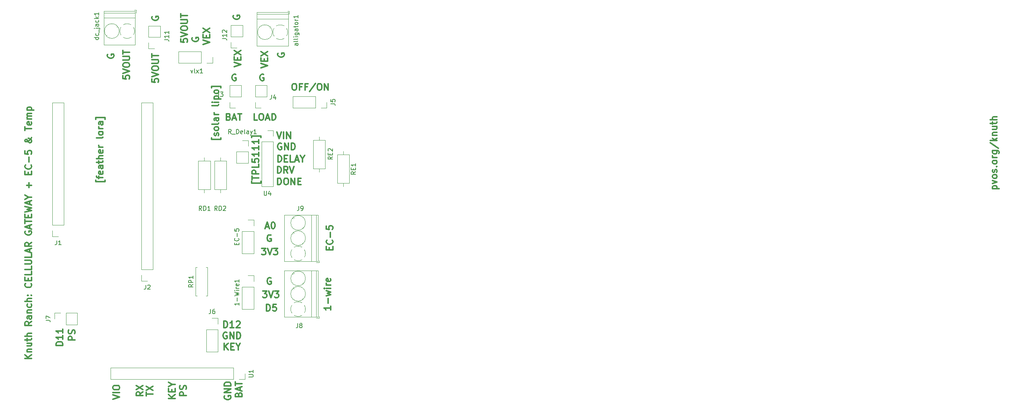
<source format=gbr>
G04 #@! TF.GenerationSoftware,KiCad,Pcbnew,5.0.2-bee76a0~70~ubuntu18.04.1*
G04 #@! TF.CreationDate,2019-07-28T23:18:03-04:00*
G04 #@! TF.ProjectId,knuth-gateway,6b6e7574-682d-4676-9174-657761792e6b,rev?*
G04 #@! TF.SameCoordinates,Original*
G04 #@! TF.FileFunction,Legend,Top*
G04 #@! TF.FilePolarity,Positive*
%FSLAX46Y46*%
G04 Gerber Fmt 4.6, Leading zero omitted, Abs format (unit mm)*
G04 Created by KiCad (PCBNEW 5.0.2-bee76a0~70~ubuntu18.04.1) date Sun 28 Jul 2019 11:18:03 PM EDT*
%MOMM*%
%LPD*%
G01*
G04 APERTURE LIST*
%ADD10C,0.300000*%
%ADD11C,0.120000*%
%ADD12C,0.150000*%
G04 APERTURE END LIST*
D10*
X97222571Y-89042571D02*
X97222571Y-89756857D01*
X97936857Y-89828285D01*
X97865428Y-89756857D01*
X97794000Y-89614000D01*
X97794000Y-89256857D01*
X97865428Y-89114000D01*
X97936857Y-89042571D01*
X98079714Y-88971142D01*
X98436857Y-88971142D01*
X98579714Y-89042571D01*
X98651142Y-89114000D01*
X98722571Y-89256857D01*
X98722571Y-89614000D01*
X98651142Y-89756857D01*
X98579714Y-89828285D01*
X97222571Y-88542571D02*
X98722571Y-88042571D01*
X97222571Y-87542571D01*
X97222571Y-86756857D02*
X97222571Y-86471142D01*
X97294000Y-86328285D01*
X97436857Y-86185428D01*
X97722571Y-86114000D01*
X98222571Y-86114000D01*
X98508285Y-86185428D01*
X98651142Y-86328285D01*
X98722571Y-86471142D01*
X98722571Y-86756857D01*
X98651142Y-86899714D01*
X98508285Y-87042571D01*
X98222571Y-87114000D01*
X97722571Y-87114000D01*
X97436857Y-87042571D01*
X97294000Y-86899714D01*
X97222571Y-86756857D01*
X97222571Y-85471142D02*
X98436857Y-85471142D01*
X98579714Y-85399714D01*
X98651142Y-85328285D01*
X98722571Y-85185428D01*
X98722571Y-84899714D01*
X98651142Y-84756857D01*
X98579714Y-84685428D01*
X98436857Y-84614000D01*
X97222571Y-84614000D01*
X97222571Y-84114000D02*
X97222571Y-83256857D01*
X98722571Y-83685428D02*
X97222571Y-83685428D01*
X115510571Y-81902857D02*
X117010571Y-81402857D01*
X115510571Y-80902857D01*
X116224857Y-80402857D02*
X116224857Y-79902857D01*
X117010571Y-79688571D02*
X117010571Y-80402857D01*
X115510571Y-80402857D01*
X115510571Y-79688571D01*
X115510571Y-79188571D02*
X117010571Y-78188571D01*
X115510571Y-78188571D02*
X117010571Y-79188571D01*
X110430571Y-80660571D02*
X110430571Y-81374857D01*
X111144857Y-81446285D01*
X111073428Y-81374857D01*
X111002000Y-81232000D01*
X111002000Y-80874857D01*
X111073428Y-80732000D01*
X111144857Y-80660571D01*
X111287714Y-80589142D01*
X111644857Y-80589142D01*
X111787714Y-80660571D01*
X111859142Y-80732000D01*
X111930571Y-80874857D01*
X111930571Y-81232000D01*
X111859142Y-81374857D01*
X111787714Y-81446285D01*
X110430571Y-80160571D02*
X111930571Y-79660571D01*
X110430571Y-79160571D01*
X110430571Y-78374857D02*
X110430571Y-78089142D01*
X110502000Y-77946285D01*
X110644857Y-77803428D01*
X110930571Y-77732000D01*
X111430571Y-77732000D01*
X111716285Y-77803428D01*
X111859142Y-77946285D01*
X111930571Y-78089142D01*
X111930571Y-78374857D01*
X111859142Y-78517714D01*
X111716285Y-78660571D01*
X111430571Y-78732000D01*
X110930571Y-78732000D01*
X110644857Y-78660571D01*
X110502000Y-78517714D01*
X110430571Y-78374857D01*
X110430571Y-77089142D02*
X111644857Y-77089142D01*
X111787714Y-77017714D01*
X111859142Y-76946285D01*
X111930571Y-76803428D01*
X111930571Y-76517714D01*
X111859142Y-76374857D01*
X111787714Y-76303428D01*
X111644857Y-76232000D01*
X110430571Y-76232000D01*
X110430571Y-75732000D02*
X110430571Y-74874857D01*
X111930571Y-75303428D02*
X110430571Y-75303428D01*
X113042000Y-80379142D02*
X112970571Y-80522000D01*
X112970571Y-80736285D01*
X113042000Y-80950571D01*
X113184857Y-81093428D01*
X113327714Y-81164857D01*
X113613428Y-81236285D01*
X113827714Y-81236285D01*
X114113428Y-81164857D01*
X114256285Y-81093428D01*
X114399142Y-80950571D01*
X114470571Y-80736285D01*
X114470571Y-80593428D01*
X114399142Y-80379142D01*
X114327714Y-80307714D01*
X113827714Y-80307714D01*
X113827714Y-80593428D01*
X122622571Y-86982857D02*
X124122571Y-86482857D01*
X122622571Y-85982857D01*
X123336857Y-85482857D02*
X123336857Y-84982857D01*
X124122571Y-84768571D02*
X124122571Y-85482857D01*
X122622571Y-85482857D01*
X122622571Y-84768571D01*
X122622571Y-84268571D02*
X124122571Y-83268571D01*
X122622571Y-83268571D02*
X124122571Y-84268571D01*
X122440000Y-75299142D02*
X122368571Y-75442000D01*
X122368571Y-75656285D01*
X122440000Y-75870571D01*
X122582857Y-76013428D01*
X122725714Y-76084857D01*
X123011428Y-76156285D01*
X123225714Y-76156285D01*
X123511428Y-76084857D01*
X123654285Y-76013428D01*
X123797142Y-75870571D01*
X123868571Y-75656285D01*
X123868571Y-75513428D01*
X123797142Y-75299142D01*
X123725714Y-75227714D01*
X123225714Y-75227714D01*
X123225714Y-75513428D01*
X103898000Y-75553142D02*
X103826571Y-75696000D01*
X103826571Y-75910285D01*
X103898000Y-76124571D01*
X104040857Y-76267428D01*
X104183714Y-76338857D01*
X104469428Y-76410285D01*
X104683714Y-76410285D01*
X104969428Y-76338857D01*
X105112285Y-76267428D01*
X105255142Y-76124571D01*
X105326571Y-75910285D01*
X105326571Y-75767428D01*
X105255142Y-75553142D01*
X105183714Y-75481714D01*
X104683714Y-75481714D01*
X104683714Y-75767428D01*
X132600000Y-83935142D02*
X132528571Y-84078000D01*
X132528571Y-84292285D01*
X132600000Y-84506571D01*
X132742857Y-84649428D01*
X132885714Y-84720857D01*
X133171428Y-84792285D01*
X133385714Y-84792285D01*
X133671428Y-84720857D01*
X133814285Y-84649428D01*
X133957142Y-84506571D01*
X134028571Y-84292285D01*
X134028571Y-84149428D01*
X133957142Y-83935142D01*
X133885714Y-83863714D01*
X133385714Y-83863714D01*
X133385714Y-84149428D01*
X128718571Y-87236857D02*
X130218571Y-86736857D01*
X128718571Y-86236857D01*
X129432857Y-85736857D02*
X129432857Y-85236857D01*
X130218571Y-85022571D02*
X130218571Y-85736857D01*
X128718571Y-85736857D01*
X128718571Y-85022571D01*
X128718571Y-84522571D02*
X130218571Y-83522571D01*
X128718571Y-83522571D02*
X130218571Y-84522571D01*
X103826571Y-89804571D02*
X103826571Y-90518857D01*
X104540857Y-90590285D01*
X104469428Y-90518857D01*
X104398000Y-90376000D01*
X104398000Y-90018857D01*
X104469428Y-89876000D01*
X104540857Y-89804571D01*
X104683714Y-89733142D01*
X105040857Y-89733142D01*
X105183714Y-89804571D01*
X105255142Y-89876000D01*
X105326571Y-90018857D01*
X105326571Y-90376000D01*
X105255142Y-90518857D01*
X105183714Y-90590285D01*
X103826571Y-89304571D02*
X105326571Y-88804571D01*
X103826571Y-88304571D01*
X103826571Y-87518857D02*
X103826571Y-87233142D01*
X103898000Y-87090285D01*
X104040857Y-86947428D01*
X104326571Y-86876000D01*
X104826571Y-86876000D01*
X105112285Y-86947428D01*
X105255142Y-87090285D01*
X105326571Y-87233142D01*
X105326571Y-87518857D01*
X105255142Y-87661714D01*
X105112285Y-87804571D01*
X104826571Y-87876000D01*
X104326571Y-87876000D01*
X104040857Y-87804571D01*
X103898000Y-87661714D01*
X103826571Y-87518857D01*
X103826571Y-86233142D02*
X105040857Y-86233142D01*
X105183714Y-86161714D01*
X105255142Y-86090285D01*
X105326571Y-85947428D01*
X105326571Y-85661714D01*
X105255142Y-85518857D01*
X105183714Y-85447428D01*
X105040857Y-85376000D01*
X103826571Y-85376000D01*
X103826571Y-84876000D02*
X103826571Y-84018857D01*
X105326571Y-84447428D02*
X103826571Y-84447428D01*
X93738000Y-84189142D02*
X93666571Y-84332000D01*
X93666571Y-84546285D01*
X93738000Y-84760571D01*
X93880857Y-84903428D01*
X94023714Y-84974857D01*
X94309428Y-85046285D01*
X94523714Y-85046285D01*
X94809428Y-84974857D01*
X94952285Y-84903428D01*
X95095142Y-84760571D01*
X95166571Y-84546285D01*
X95166571Y-84403428D01*
X95095142Y-84189142D01*
X95023714Y-84117714D01*
X94523714Y-84117714D01*
X94523714Y-84403428D01*
X132485142Y-113962571D02*
X132485142Y-112462571D01*
X132842285Y-112462571D01*
X133056571Y-112534000D01*
X133199428Y-112676857D01*
X133270857Y-112819714D01*
X133342285Y-113105428D01*
X133342285Y-113319714D01*
X133270857Y-113605428D01*
X133199428Y-113748285D01*
X133056571Y-113891142D01*
X132842285Y-113962571D01*
X132485142Y-113962571D01*
X134270857Y-112462571D02*
X134556571Y-112462571D01*
X134699428Y-112534000D01*
X134842285Y-112676857D01*
X134913714Y-112962571D01*
X134913714Y-113462571D01*
X134842285Y-113748285D01*
X134699428Y-113891142D01*
X134556571Y-113962571D01*
X134270857Y-113962571D01*
X134128000Y-113891142D01*
X133985142Y-113748285D01*
X133913714Y-113462571D01*
X133913714Y-112962571D01*
X133985142Y-112676857D01*
X134128000Y-112534000D01*
X134270857Y-112462571D01*
X135556571Y-113962571D02*
X135556571Y-112462571D01*
X136413714Y-113962571D01*
X136413714Y-112462571D01*
X137128000Y-113176857D02*
X137628000Y-113176857D01*
X137842285Y-113962571D02*
X137128000Y-113962571D01*
X137128000Y-112462571D01*
X137842285Y-112462571D01*
X144569571Y-141688000D02*
X144569571Y-142545142D01*
X144569571Y-142116571D02*
X143069571Y-142116571D01*
X143283857Y-142259428D01*
X143426714Y-142402285D01*
X143498142Y-142545142D01*
X143998142Y-141045142D02*
X143998142Y-139902285D01*
X143569571Y-139330857D02*
X144569571Y-139045142D01*
X143855285Y-138759428D01*
X144569571Y-138473714D01*
X143569571Y-138188000D01*
X144569571Y-137616571D02*
X143569571Y-137616571D01*
X143069571Y-137616571D02*
X143141000Y-137688000D01*
X143212428Y-137616571D01*
X143141000Y-137545142D01*
X143069571Y-137616571D01*
X143212428Y-137616571D01*
X144569571Y-136902285D02*
X143569571Y-136902285D01*
X143855285Y-136902285D02*
X143712428Y-136830857D01*
X143641000Y-136759428D01*
X143569571Y-136616571D01*
X143569571Y-136473714D01*
X144498142Y-135402285D02*
X144569571Y-135545142D01*
X144569571Y-135830857D01*
X144498142Y-135973714D01*
X144355285Y-136045142D01*
X143783857Y-136045142D01*
X143641000Y-135973714D01*
X143569571Y-135830857D01*
X143569571Y-135545142D01*
X143641000Y-135402285D01*
X143783857Y-135330857D01*
X143926714Y-135330857D01*
X144069571Y-136045142D01*
X144291857Y-128825285D02*
X144291857Y-128325285D01*
X145077571Y-128111000D02*
X145077571Y-128825285D01*
X143577571Y-128825285D01*
X143577571Y-128111000D01*
X144934714Y-126611000D02*
X145006142Y-126682428D01*
X145077571Y-126896714D01*
X145077571Y-127039571D01*
X145006142Y-127253857D01*
X144863285Y-127396714D01*
X144720428Y-127468142D01*
X144434714Y-127539571D01*
X144220428Y-127539571D01*
X143934714Y-127468142D01*
X143791857Y-127396714D01*
X143649000Y-127253857D01*
X143577571Y-127039571D01*
X143577571Y-126896714D01*
X143649000Y-126682428D01*
X143720428Y-126611000D01*
X144506142Y-125968142D02*
X144506142Y-124825285D01*
X143577571Y-123396714D02*
X143577571Y-124111000D01*
X144291857Y-124182428D01*
X144220428Y-124111000D01*
X144149000Y-123968142D01*
X144149000Y-123611000D01*
X144220428Y-123468142D01*
X144291857Y-123396714D01*
X144434714Y-123325285D01*
X144791857Y-123325285D01*
X144934714Y-123396714D01*
X145006142Y-123468142D01*
X145077571Y-123611000D01*
X145077571Y-123968142D01*
X145006142Y-124111000D01*
X144934714Y-124182428D01*
X86276571Y-149443142D02*
X84776571Y-149443142D01*
X84776571Y-148871714D01*
X84848000Y-148728857D01*
X84919428Y-148657428D01*
X85062285Y-148586000D01*
X85276571Y-148586000D01*
X85419428Y-148657428D01*
X85490857Y-148728857D01*
X85562285Y-148871714D01*
X85562285Y-149443142D01*
X86205142Y-148014571D02*
X86276571Y-147800285D01*
X86276571Y-147443142D01*
X86205142Y-147300285D01*
X86133714Y-147228857D01*
X85990857Y-147157428D01*
X85848000Y-147157428D01*
X85705142Y-147228857D01*
X85633714Y-147300285D01*
X85562285Y-147443142D01*
X85490857Y-147728857D01*
X85419428Y-147871714D01*
X85348000Y-147943142D01*
X85205142Y-148014571D01*
X85062285Y-148014571D01*
X84919428Y-147943142D01*
X84848000Y-147871714D01*
X84776571Y-147728857D01*
X84776571Y-147371714D01*
X84848000Y-147157428D01*
X102556571Y-162178857D02*
X102556571Y-161321714D01*
X104056571Y-161750285D02*
X102556571Y-161750285D01*
X102556571Y-160964571D02*
X104056571Y-159964571D01*
X102556571Y-159964571D02*
X104056571Y-160964571D01*
X83482571Y-150665428D02*
X81982571Y-150665428D01*
X81982571Y-150308285D01*
X82054000Y-150094000D01*
X82196857Y-149951142D01*
X82339714Y-149879714D01*
X82625428Y-149808285D01*
X82839714Y-149808285D01*
X83125428Y-149879714D01*
X83268285Y-149951142D01*
X83411142Y-150094000D01*
X83482571Y-150308285D01*
X83482571Y-150665428D01*
X83482571Y-148379714D02*
X83482571Y-149236857D01*
X83482571Y-148808285D02*
X81982571Y-148808285D01*
X82196857Y-148951142D01*
X82339714Y-149094000D01*
X82411142Y-149236857D01*
X83482571Y-146951142D02*
X83482571Y-147808285D01*
X83482571Y-147379714D02*
X81982571Y-147379714D01*
X82196857Y-147522571D01*
X82339714Y-147665428D01*
X82411142Y-147808285D01*
X101770571Y-161286000D02*
X101056285Y-161786000D01*
X101770571Y-162143142D02*
X100270571Y-162143142D01*
X100270571Y-161571714D01*
X100342000Y-161428857D01*
X100413428Y-161357428D01*
X100556285Y-161286000D01*
X100770571Y-161286000D01*
X100913428Y-161357428D01*
X100984857Y-161428857D01*
X101056285Y-161571714D01*
X101056285Y-162143142D01*
X100270571Y-160786000D02*
X101770571Y-159786000D01*
X100270571Y-159786000D02*
X101770571Y-160786000D01*
X111676571Y-162143142D02*
X110176571Y-162143142D01*
X110176571Y-161571714D01*
X110248000Y-161428857D01*
X110319428Y-161357428D01*
X110462285Y-161286000D01*
X110676571Y-161286000D01*
X110819428Y-161357428D01*
X110890857Y-161428857D01*
X110962285Y-161571714D01*
X110962285Y-162143142D01*
X111605142Y-160714571D02*
X111676571Y-160500285D01*
X111676571Y-160143142D01*
X111605142Y-160000285D01*
X111533714Y-159928857D01*
X111390857Y-159857428D01*
X111248000Y-159857428D01*
X111105142Y-159928857D01*
X111033714Y-160000285D01*
X110962285Y-160143142D01*
X110890857Y-160428857D01*
X110819428Y-160571714D01*
X110748000Y-160643142D01*
X110605142Y-160714571D01*
X110462285Y-160714571D01*
X110319428Y-160643142D01*
X110248000Y-160571714D01*
X110176571Y-160428857D01*
X110176571Y-160071714D01*
X110248000Y-159857428D01*
X109136571Y-162750285D02*
X107636571Y-162750285D01*
X109136571Y-161893142D02*
X108279428Y-162536000D01*
X107636571Y-161893142D02*
X108493714Y-162750285D01*
X108350857Y-161250285D02*
X108350857Y-160750285D01*
X109136571Y-160536000D02*
X109136571Y-161250285D01*
X107636571Y-161250285D01*
X107636571Y-160536000D01*
X108422285Y-159607428D02*
X109136571Y-159607428D01*
X107636571Y-160107428D02*
X108422285Y-159607428D01*
X107636571Y-159107428D01*
X120408000Y-162178857D02*
X120336571Y-162321714D01*
X120336571Y-162536000D01*
X120408000Y-162750285D01*
X120550857Y-162893142D01*
X120693714Y-162964571D01*
X120979428Y-163036000D01*
X121193714Y-163036000D01*
X121479428Y-162964571D01*
X121622285Y-162893142D01*
X121765142Y-162750285D01*
X121836571Y-162536000D01*
X121836571Y-162393142D01*
X121765142Y-162178857D01*
X121693714Y-162107428D01*
X121193714Y-162107428D01*
X121193714Y-162393142D01*
X121836571Y-161464571D02*
X120336571Y-161464571D01*
X121836571Y-160607428D01*
X120336571Y-160607428D01*
X121836571Y-159893142D02*
X120336571Y-159893142D01*
X120336571Y-159536000D01*
X120408000Y-159321714D01*
X120550857Y-159178857D01*
X120693714Y-159107428D01*
X120979428Y-159036000D01*
X121193714Y-159036000D01*
X121479428Y-159107428D01*
X121622285Y-159178857D01*
X121765142Y-159321714D01*
X121836571Y-159536000D01*
X121836571Y-159893142D01*
X123590857Y-161889142D02*
X123662285Y-161674857D01*
X123733714Y-161603428D01*
X123876571Y-161532000D01*
X124090857Y-161532000D01*
X124233714Y-161603428D01*
X124305142Y-161674857D01*
X124376571Y-161817714D01*
X124376571Y-162389142D01*
X122876571Y-162389142D01*
X122876571Y-161889142D01*
X122948000Y-161746285D01*
X123019428Y-161674857D01*
X123162285Y-161603428D01*
X123305142Y-161603428D01*
X123448000Y-161674857D01*
X123519428Y-161746285D01*
X123590857Y-161889142D01*
X123590857Y-162389142D01*
X123948000Y-160960571D02*
X123948000Y-160246285D01*
X124376571Y-161103428D02*
X122876571Y-160603428D01*
X124376571Y-160103428D01*
X122876571Y-159817714D02*
X122876571Y-158960571D01*
X124376571Y-159389142D02*
X122876571Y-159389142D01*
X94936571Y-162932857D02*
X96436571Y-162432857D01*
X94936571Y-161932857D01*
X96436571Y-161432857D02*
X94936571Y-161432857D01*
X94936571Y-160432857D02*
X94936571Y-160147142D01*
X95008000Y-160004285D01*
X95150857Y-159861428D01*
X95436571Y-159790000D01*
X95936571Y-159790000D01*
X96222285Y-159861428D01*
X96365142Y-160004285D01*
X96436571Y-160147142D01*
X96436571Y-160432857D01*
X96365142Y-160575714D01*
X96222285Y-160718571D01*
X95936571Y-160790000D01*
X95436571Y-160790000D01*
X95150857Y-160718571D01*
X95008000Y-160575714D01*
X94936571Y-160432857D01*
X120332714Y-151681571D02*
X120332714Y-150181571D01*
X121189857Y-151681571D02*
X120547000Y-150824428D01*
X121189857Y-150181571D02*
X120332714Y-151038714D01*
X121832714Y-150895857D02*
X122332714Y-150895857D01*
X122547000Y-151681571D02*
X121832714Y-151681571D01*
X121832714Y-150181571D01*
X122547000Y-150181571D01*
X123475571Y-150967285D02*
X123475571Y-151681571D01*
X122975571Y-150181571D02*
X123475571Y-150967285D01*
X123975571Y-150181571D01*
X120904142Y-147713000D02*
X120761285Y-147641571D01*
X120547000Y-147641571D01*
X120332714Y-147713000D01*
X120189857Y-147855857D01*
X120118428Y-147998714D01*
X120047000Y-148284428D01*
X120047000Y-148498714D01*
X120118428Y-148784428D01*
X120189857Y-148927285D01*
X120332714Y-149070142D01*
X120547000Y-149141571D01*
X120689857Y-149141571D01*
X120904142Y-149070142D01*
X120975571Y-148998714D01*
X120975571Y-148498714D01*
X120689857Y-148498714D01*
X121618428Y-149141571D02*
X121618428Y-147641571D01*
X122475571Y-149141571D01*
X122475571Y-147641571D01*
X123189857Y-149141571D02*
X123189857Y-147641571D01*
X123547000Y-147641571D01*
X123761285Y-147713000D01*
X123904142Y-147855857D01*
X123975571Y-147998714D01*
X124047000Y-148284428D01*
X124047000Y-148498714D01*
X123975571Y-148784428D01*
X123904142Y-148927285D01*
X123761285Y-149070142D01*
X123547000Y-149141571D01*
X123189857Y-149141571D01*
X120225571Y-146601571D02*
X120225571Y-145101571D01*
X120582714Y-145101571D01*
X120797000Y-145173000D01*
X120939857Y-145315857D01*
X121011285Y-145458714D01*
X121082714Y-145744428D01*
X121082714Y-145958714D01*
X121011285Y-146244428D01*
X120939857Y-146387285D01*
X120797000Y-146530142D01*
X120582714Y-146601571D01*
X120225571Y-146601571D01*
X122511285Y-146601571D02*
X121654142Y-146601571D01*
X122082714Y-146601571D02*
X122082714Y-145101571D01*
X121939857Y-145315857D01*
X121797000Y-145458714D01*
X121654142Y-145530142D01*
X123082714Y-145244428D02*
X123154142Y-145173000D01*
X123297000Y-145101571D01*
X123654142Y-145101571D01*
X123797000Y-145173000D01*
X123868428Y-145244428D01*
X123939857Y-145387285D01*
X123939857Y-145530142D01*
X123868428Y-145744428D01*
X123011285Y-146601571D01*
X123939857Y-146601571D01*
X132342142Y-101921571D02*
X132842142Y-103421571D01*
X133342142Y-101921571D01*
X133842142Y-103421571D02*
X133842142Y-101921571D01*
X134556428Y-103421571D02*
X134556428Y-101921571D01*
X135413571Y-103421571D01*
X135413571Y-101921571D01*
X133350142Y-104533000D02*
X133207285Y-104461571D01*
X132993000Y-104461571D01*
X132778714Y-104533000D01*
X132635857Y-104675857D01*
X132564428Y-104818714D01*
X132493000Y-105104428D01*
X132493000Y-105318714D01*
X132564428Y-105604428D01*
X132635857Y-105747285D01*
X132778714Y-105890142D01*
X132993000Y-105961571D01*
X133135857Y-105961571D01*
X133350142Y-105890142D01*
X133421571Y-105818714D01*
X133421571Y-105318714D01*
X133135857Y-105318714D01*
X134064428Y-105961571D02*
X134064428Y-104461571D01*
X134921571Y-105961571D01*
X134921571Y-104461571D01*
X135635857Y-105961571D02*
X135635857Y-104461571D01*
X135993000Y-104461571D01*
X136207285Y-104533000D01*
X136350142Y-104675857D01*
X136421571Y-104818714D01*
X136493000Y-105104428D01*
X136493000Y-105318714D01*
X136421571Y-105604428D01*
X136350142Y-105747285D01*
X136207285Y-105890142D01*
X135993000Y-105961571D01*
X135635857Y-105961571D01*
X132544714Y-108755571D02*
X132544714Y-107255571D01*
X132901857Y-107255571D01*
X133116142Y-107327000D01*
X133259000Y-107469857D01*
X133330428Y-107612714D01*
X133401857Y-107898428D01*
X133401857Y-108112714D01*
X133330428Y-108398428D01*
X133259000Y-108541285D01*
X133116142Y-108684142D01*
X132901857Y-108755571D01*
X132544714Y-108755571D01*
X134044714Y-107969857D02*
X134544714Y-107969857D01*
X134759000Y-108755571D02*
X134044714Y-108755571D01*
X134044714Y-107255571D01*
X134759000Y-107255571D01*
X136116142Y-108755571D02*
X135401857Y-108755571D01*
X135401857Y-107255571D01*
X136544714Y-108327000D02*
X137259000Y-108327000D01*
X136401857Y-108755571D02*
X136901857Y-107255571D01*
X137401857Y-108755571D01*
X138187571Y-108041285D02*
X138187571Y-108755571D01*
X137687571Y-107255571D02*
X138187571Y-108041285D01*
X138687571Y-107255571D01*
X132453285Y-111295571D02*
X132453285Y-109795571D01*
X132810428Y-109795571D01*
X133024714Y-109867000D01*
X133167571Y-110009857D01*
X133239000Y-110152714D01*
X133310428Y-110438428D01*
X133310428Y-110652714D01*
X133239000Y-110938428D01*
X133167571Y-111081285D01*
X133024714Y-111224142D01*
X132810428Y-111295571D01*
X132453285Y-111295571D01*
X134810428Y-111295571D02*
X134310428Y-110581285D01*
X133953285Y-111295571D02*
X133953285Y-109795571D01*
X134524714Y-109795571D01*
X134667571Y-109867000D01*
X134739000Y-109938428D01*
X134810428Y-110081285D01*
X134810428Y-110295571D01*
X134739000Y-110438428D01*
X134667571Y-110509857D01*
X134524714Y-110581285D01*
X133953285Y-110581285D01*
X135239000Y-109795571D02*
X135739000Y-111295571D01*
X136239000Y-109795571D01*
X127825714Y-99230571D02*
X127111428Y-99230571D01*
X127111428Y-97730571D01*
X128611428Y-97730571D02*
X128897142Y-97730571D01*
X129040000Y-97802000D01*
X129182857Y-97944857D01*
X129254285Y-98230571D01*
X129254285Y-98730571D01*
X129182857Y-99016285D01*
X129040000Y-99159142D01*
X128897142Y-99230571D01*
X128611428Y-99230571D01*
X128468571Y-99159142D01*
X128325714Y-99016285D01*
X128254285Y-98730571D01*
X128254285Y-98230571D01*
X128325714Y-97944857D01*
X128468571Y-97802000D01*
X128611428Y-97730571D01*
X129825714Y-98802000D02*
X130540000Y-98802000D01*
X129682857Y-99230571D02*
X130182857Y-97730571D01*
X130682857Y-99230571D01*
X131182857Y-99230571D02*
X131182857Y-97730571D01*
X131540000Y-97730571D01*
X131754285Y-97802000D01*
X131897142Y-97944857D01*
X131968571Y-98087714D01*
X132040000Y-98373428D01*
X132040000Y-98587714D01*
X131968571Y-98873428D01*
X131897142Y-99016285D01*
X131754285Y-99159142D01*
X131540000Y-99230571D01*
X131182857Y-99230571D01*
X121320857Y-98444857D02*
X121535142Y-98516285D01*
X121606571Y-98587714D01*
X121678000Y-98730571D01*
X121678000Y-98944857D01*
X121606571Y-99087714D01*
X121535142Y-99159142D01*
X121392285Y-99230571D01*
X120820857Y-99230571D01*
X120820857Y-97730571D01*
X121320857Y-97730571D01*
X121463714Y-97802000D01*
X121535142Y-97873428D01*
X121606571Y-98016285D01*
X121606571Y-98159142D01*
X121535142Y-98302000D01*
X121463714Y-98373428D01*
X121320857Y-98444857D01*
X120820857Y-98444857D01*
X122249428Y-98802000D02*
X122963714Y-98802000D01*
X122106571Y-99230571D02*
X122606571Y-97730571D01*
X123106571Y-99230571D01*
X123392285Y-97730571D02*
X124249428Y-97730571D01*
X123820857Y-99230571D02*
X123820857Y-97730571D01*
X129297857Y-88785000D02*
X129155000Y-88713571D01*
X128940714Y-88713571D01*
X128726428Y-88785000D01*
X128583571Y-88927857D01*
X128512142Y-89070714D01*
X128440714Y-89356428D01*
X128440714Y-89570714D01*
X128512142Y-89856428D01*
X128583571Y-89999285D01*
X128726428Y-90142142D01*
X128940714Y-90213571D01*
X129083571Y-90213571D01*
X129297857Y-90142142D01*
X129369285Y-90070714D01*
X129369285Y-89570714D01*
X129083571Y-89570714D01*
X122947857Y-88785000D02*
X122805000Y-88713571D01*
X122590714Y-88713571D01*
X122376428Y-88785000D01*
X122233571Y-88927857D01*
X122162142Y-89070714D01*
X122090714Y-89356428D01*
X122090714Y-89570714D01*
X122162142Y-89856428D01*
X122233571Y-89999285D01*
X122376428Y-90142142D01*
X122590714Y-90213571D01*
X122733571Y-90213571D01*
X122947857Y-90142142D01*
X123019285Y-90070714D01*
X123019285Y-89570714D01*
X122733571Y-89570714D01*
X128686571Y-113204000D02*
X128686571Y-113561142D01*
X126543714Y-113561142D01*
X126543714Y-113204000D01*
X126686571Y-112846857D02*
X126686571Y-111989714D01*
X128186571Y-112418285D02*
X126686571Y-112418285D01*
X128186571Y-111489714D02*
X126686571Y-111489714D01*
X126686571Y-110918285D01*
X126758000Y-110775428D01*
X126829428Y-110704000D01*
X126972285Y-110632571D01*
X127186571Y-110632571D01*
X127329428Y-110704000D01*
X127400857Y-110775428D01*
X127472285Y-110918285D01*
X127472285Y-111489714D01*
X128186571Y-109275428D02*
X128186571Y-109989714D01*
X126686571Y-109989714D01*
X126686571Y-108061142D02*
X126686571Y-108775428D01*
X127400857Y-108846857D01*
X127329428Y-108775428D01*
X127258000Y-108632571D01*
X127258000Y-108275428D01*
X127329428Y-108132571D01*
X127400857Y-108061142D01*
X127543714Y-107989714D01*
X127900857Y-107989714D01*
X128043714Y-108061142D01*
X128115142Y-108132571D01*
X128186571Y-108275428D01*
X128186571Y-108632571D01*
X128115142Y-108775428D01*
X128043714Y-108846857D01*
X128186571Y-106561142D02*
X128186571Y-107418285D01*
X128186571Y-106989714D02*
X126686571Y-106989714D01*
X126900857Y-107132571D01*
X127043714Y-107275428D01*
X127115142Y-107418285D01*
X128186571Y-105132571D02*
X128186571Y-105989714D01*
X128186571Y-105561142D02*
X126686571Y-105561142D01*
X126900857Y-105704000D01*
X127043714Y-105846857D01*
X127115142Y-105989714D01*
X128186571Y-103704000D02*
X128186571Y-104561142D01*
X128186571Y-104132571D02*
X126686571Y-104132571D01*
X126900857Y-104275428D01*
X127043714Y-104418285D01*
X127115142Y-104561142D01*
X128686571Y-103204000D02*
X128686571Y-102846857D01*
X126543714Y-102846857D01*
X126543714Y-103204000D01*
X93151971Y-112933085D02*
X93151971Y-113290228D01*
X91009114Y-113290228D01*
X91009114Y-112933085D01*
X91651971Y-112575942D02*
X91651971Y-112004514D01*
X92651971Y-112361657D02*
X91366257Y-112361657D01*
X91223400Y-112290228D01*
X91151971Y-112147371D01*
X91151971Y-112004514D01*
X92580542Y-110933085D02*
X92651971Y-111075942D01*
X92651971Y-111361657D01*
X92580542Y-111504514D01*
X92437685Y-111575942D01*
X91866257Y-111575942D01*
X91723400Y-111504514D01*
X91651971Y-111361657D01*
X91651971Y-111075942D01*
X91723400Y-110933085D01*
X91866257Y-110861657D01*
X92009114Y-110861657D01*
X92151971Y-111575942D01*
X92651971Y-109575942D02*
X91866257Y-109575942D01*
X91723400Y-109647371D01*
X91651971Y-109790228D01*
X91651971Y-110075942D01*
X91723400Y-110218800D01*
X92580542Y-109575942D02*
X92651971Y-109718800D01*
X92651971Y-110075942D01*
X92580542Y-110218800D01*
X92437685Y-110290228D01*
X92294828Y-110290228D01*
X92151971Y-110218800D01*
X92080542Y-110075942D01*
X92080542Y-109718800D01*
X92009114Y-109575942D01*
X91651971Y-109075942D02*
X91651971Y-108504514D01*
X91151971Y-108861657D02*
X92437685Y-108861657D01*
X92580542Y-108790228D01*
X92651971Y-108647371D01*
X92651971Y-108504514D01*
X92651971Y-108004514D02*
X91151971Y-108004514D01*
X92651971Y-107361657D02*
X91866257Y-107361657D01*
X91723400Y-107433085D01*
X91651971Y-107575942D01*
X91651971Y-107790228D01*
X91723400Y-107933085D01*
X91794828Y-108004514D01*
X92580542Y-106075942D02*
X92651971Y-106218800D01*
X92651971Y-106504514D01*
X92580542Y-106647371D01*
X92437685Y-106718800D01*
X91866257Y-106718800D01*
X91723400Y-106647371D01*
X91651971Y-106504514D01*
X91651971Y-106218800D01*
X91723400Y-106075942D01*
X91866257Y-106004514D01*
X92009114Y-106004514D01*
X92151971Y-106718800D01*
X92651971Y-105361657D02*
X91651971Y-105361657D01*
X91937685Y-105361657D02*
X91794828Y-105290228D01*
X91723400Y-105218800D01*
X91651971Y-105075942D01*
X91651971Y-104933085D01*
X92651971Y-103075942D02*
X92580542Y-103218800D01*
X92437685Y-103290228D01*
X91151971Y-103290228D01*
X92651971Y-102290228D02*
X92580542Y-102433085D01*
X92509114Y-102504514D01*
X92366257Y-102575942D01*
X91937685Y-102575942D01*
X91794828Y-102504514D01*
X91723400Y-102433085D01*
X91651971Y-102290228D01*
X91651971Y-102075942D01*
X91723400Y-101933085D01*
X91794828Y-101861657D01*
X91937685Y-101790228D01*
X92366257Y-101790228D01*
X92509114Y-101861657D01*
X92580542Y-101933085D01*
X92651971Y-102075942D01*
X92651971Y-102290228D01*
X92651971Y-101147371D02*
X91651971Y-101147371D01*
X91937685Y-101147371D02*
X91794828Y-101075942D01*
X91723400Y-101004514D01*
X91651971Y-100861657D01*
X91651971Y-100718800D01*
X92651971Y-99575942D02*
X91866257Y-99575942D01*
X91723400Y-99647371D01*
X91651971Y-99790228D01*
X91651971Y-100075942D01*
X91723400Y-100218800D01*
X92580542Y-99575942D02*
X92651971Y-99718800D01*
X92651971Y-100075942D01*
X92580542Y-100218800D01*
X92437685Y-100290228D01*
X92294828Y-100290228D01*
X92151971Y-100218800D01*
X92080542Y-100075942D01*
X92080542Y-99718800D01*
X92009114Y-99575942D01*
X93151971Y-99004514D02*
X93151971Y-98647371D01*
X91009114Y-98647371D01*
X91009114Y-99004514D01*
X119542571Y-103250285D02*
X119542571Y-103607428D01*
X117399714Y-103607428D01*
X117399714Y-103250285D01*
X118971142Y-102750285D02*
X119042571Y-102607428D01*
X119042571Y-102321714D01*
X118971142Y-102178857D01*
X118828285Y-102107428D01*
X118756857Y-102107428D01*
X118614000Y-102178857D01*
X118542571Y-102321714D01*
X118542571Y-102536000D01*
X118471142Y-102678857D01*
X118328285Y-102750285D01*
X118256857Y-102750285D01*
X118114000Y-102678857D01*
X118042571Y-102536000D01*
X118042571Y-102321714D01*
X118114000Y-102178857D01*
X119042571Y-101250285D02*
X118971142Y-101393142D01*
X118899714Y-101464571D01*
X118756857Y-101536000D01*
X118328285Y-101536000D01*
X118185428Y-101464571D01*
X118114000Y-101393142D01*
X118042571Y-101250285D01*
X118042571Y-101036000D01*
X118114000Y-100893142D01*
X118185428Y-100821714D01*
X118328285Y-100750285D01*
X118756857Y-100750285D01*
X118899714Y-100821714D01*
X118971142Y-100893142D01*
X119042571Y-101036000D01*
X119042571Y-101250285D01*
X119042571Y-99893142D02*
X118971142Y-100036000D01*
X118828285Y-100107428D01*
X117542571Y-100107428D01*
X119042571Y-98678857D02*
X118256857Y-98678857D01*
X118114000Y-98750285D01*
X118042571Y-98893142D01*
X118042571Y-99178857D01*
X118114000Y-99321714D01*
X118971142Y-98678857D02*
X119042571Y-98821714D01*
X119042571Y-99178857D01*
X118971142Y-99321714D01*
X118828285Y-99393142D01*
X118685428Y-99393142D01*
X118542571Y-99321714D01*
X118471142Y-99178857D01*
X118471142Y-98821714D01*
X118399714Y-98678857D01*
X119042571Y-97964571D02*
X118042571Y-97964571D01*
X118328285Y-97964571D02*
X118185428Y-97893142D01*
X118114000Y-97821714D01*
X118042571Y-97678857D01*
X118042571Y-97536000D01*
X119042571Y-95678857D02*
X118971142Y-95821714D01*
X118828285Y-95893142D01*
X117542571Y-95893142D01*
X119042571Y-95107428D02*
X118042571Y-95107428D01*
X117542571Y-95107428D02*
X117614000Y-95178857D01*
X117685428Y-95107428D01*
X117614000Y-95036000D01*
X117542571Y-95107428D01*
X117685428Y-95107428D01*
X118042571Y-94393142D02*
X119542571Y-94393142D01*
X118114000Y-94393142D02*
X118042571Y-94250285D01*
X118042571Y-93964571D01*
X118114000Y-93821714D01*
X118185428Y-93750285D01*
X118328285Y-93678857D01*
X118756857Y-93678857D01*
X118899714Y-93750285D01*
X118971142Y-93821714D01*
X119042571Y-93964571D01*
X119042571Y-94250285D01*
X118971142Y-94393142D01*
X119042571Y-92821714D02*
X118971142Y-92964571D01*
X118899714Y-93036000D01*
X118756857Y-93107428D01*
X118328285Y-93107428D01*
X118185428Y-93036000D01*
X118114000Y-92964571D01*
X118042571Y-92821714D01*
X118042571Y-92607428D01*
X118114000Y-92464571D01*
X118185428Y-92393142D01*
X118328285Y-92321714D01*
X118756857Y-92321714D01*
X118899714Y-92393142D01*
X118971142Y-92464571D01*
X119042571Y-92607428D01*
X119042571Y-92821714D01*
X119542571Y-91821714D02*
X119542571Y-91464571D01*
X117399714Y-91464571D01*
X117399714Y-91821714D01*
X129738571Y-123567000D02*
X130452857Y-123567000D01*
X129595714Y-123995571D02*
X130095714Y-122495571D01*
X130595714Y-123995571D01*
X131381428Y-122495571D02*
X131524285Y-122495571D01*
X131667142Y-122567000D01*
X131738571Y-122638428D01*
X131810000Y-122781285D01*
X131881428Y-123067000D01*
X131881428Y-123424142D01*
X131810000Y-123709857D01*
X131738571Y-123852714D01*
X131667142Y-123924142D01*
X131524285Y-123995571D01*
X131381428Y-123995571D01*
X131238571Y-123924142D01*
X131167142Y-123852714D01*
X131095714Y-123709857D01*
X131024285Y-123424142D01*
X131024285Y-123067000D01*
X131095714Y-122781285D01*
X131167142Y-122638428D01*
X131238571Y-122567000D01*
X131381428Y-122495571D01*
X128825857Y-128464571D02*
X129754428Y-128464571D01*
X129254428Y-129036000D01*
X129468714Y-129036000D01*
X129611571Y-129107428D01*
X129683000Y-129178857D01*
X129754428Y-129321714D01*
X129754428Y-129678857D01*
X129683000Y-129821714D01*
X129611571Y-129893142D01*
X129468714Y-129964571D01*
X129040142Y-129964571D01*
X128897285Y-129893142D01*
X128825857Y-129821714D01*
X130183000Y-128464571D02*
X130683000Y-129964571D01*
X131183000Y-128464571D01*
X131540142Y-128464571D02*
X132468714Y-128464571D01*
X131968714Y-129036000D01*
X132183000Y-129036000D01*
X132325857Y-129107428D01*
X132397285Y-129178857D01*
X132468714Y-129321714D01*
X132468714Y-129678857D01*
X132397285Y-129821714D01*
X132325857Y-129893142D01*
X132183000Y-129964571D01*
X131754428Y-129964571D01*
X131611571Y-129893142D01*
X131540142Y-129821714D01*
X130948857Y-125488000D02*
X130806000Y-125416571D01*
X130591714Y-125416571D01*
X130377428Y-125488000D01*
X130234571Y-125630857D01*
X130163142Y-125773714D01*
X130091714Y-126059428D01*
X130091714Y-126273714D01*
X130163142Y-126559428D01*
X130234571Y-126702285D01*
X130377428Y-126845142D01*
X130591714Y-126916571D01*
X130734571Y-126916571D01*
X130948857Y-126845142D01*
X131020285Y-126773714D01*
X131020285Y-126273714D01*
X130734571Y-126273714D01*
X129956857Y-142791571D02*
X129956857Y-141291571D01*
X130314000Y-141291571D01*
X130528285Y-141363000D01*
X130671142Y-141505857D01*
X130742571Y-141648714D01*
X130814000Y-141934428D01*
X130814000Y-142148714D01*
X130742571Y-142434428D01*
X130671142Y-142577285D01*
X130528285Y-142720142D01*
X130314000Y-142791571D01*
X129956857Y-142791571D01*
X132171142Y-141291571D02*
X131456857Y-141291571D01*
X131385428Y-142005857D01*
X131456857Y-141934428D01*
X131599714Y-141863000D01*
X131956857Y-141863000D01*
X132099714Y-141934428D01*
X132171142Y-142005857D01*
X132242571Y-142148714D01*
X132242571Y-142505857D01*
X132171142Y-142648714D01*
X132099714Y-142720142D01*
X131956857Y-142791571D01*
X131599714Y-142791571D01*
X131456857Y-142720142D01*
X131385428Y-142648714D01*
X129079857Y-138243571D02*
X130008428Y-138243571D01*
X129508428Y-138815000D01*
X129722714Y-138815000D01*
X129865571Y-138886428D01*
X129937000Y-138957857D01*
X130008428Y-139100714D01*
X130008428Y-139457857D01*
X129937000Y-139600714D01*
X129865571Y-139672142D01*
X129722714Y-139743571D01*
X129294142Y-139743571D01*
X129151285Y-139672142D01*
X129079857Y-139600714D01*
X130437000Y-138243571D02*
X130937000Y-139743571D01*
X131437000Y-138243571D01*
X131794142Y-138243571D02*
X132722714Y-138243571D01*
X132222714Y-138815000D01*
X132437000Y-138815000D01*
X132579857Y-138886428D01*
X132651285Y-138957857D01*
X132722714Y-139100714D01*
X132722714Y-139457857D01*
X132651285Y-139600714D01*
X132579857Y-139672142D01*
X132437000Y-139743571D01*
X132008428Y-139743571D01*
X131865571Y-139672142D01*
X131794142Y-139600714D01*
X130948857Y-135267000D02*
X130806000Y-135195571D01*
X130591714Y-135195571D01*
X130377428Y-135267000D01*
X130234571Y-135409857D01*
X130163142Y-135552714D01*
X130091714Y-135838428D01*
X130091714Y-136052714D01*
X130163142Y-136338428D01*
X130234571Y-136481285D01*
X130377428Y-136624142D01*
X130591714Y-136695571D01*
X130734571Y-136695571D01*
X130948857Y-136624142D01*
X131020285Y-136552714D01*
X131020285Y-136052714D01*
X130734571Y-136052714D01*
X136168285Y-90872571D02*
X136454000Y-90872571D01*
X136596857Y-90944000D01*
X136739714Y-91086857D01*
X136811142Y-91372571D01*
X136811142Y-91872571D01*
X136739714Y-92158285D01*
X136596857Y-92301142D01*
X136454000Y-92372571D01*
X136168285Y-92372571D01*
X136025428Y-92301142D01*
X135882571Y-92158285D01*
X135811142Y-91872571D01*
X135811142Y-91372571D01*
X135882571Y-91086857D01*
X136025428Y-90944000D01*
X136168285Y-90872571D01*
X137954000Y-91586857D02*
X137454000Y-91586857D01*
X137454000Y-92372571D02*
X137454000Y-90872571D01*
X138168285Y-90872571D01*
X139239714Y-91586857D02*
X138739714Y-91586857D01*
X138739714Y-92372571D02*
X138739714Y-90872571D01*
X139454000Y-90872571D01*
X141096857Y-90801142D02*
X139811142Y-92729714D01*
X141882571Y-90872571D02*
X142168285Y-90872571D01*
X142311142Y-90944000D01*
X142454000Y-91086857D01*
X142525428Y-91372571D01*
X142525428Y-91872571D01*
X142454000Y-92158285D01*
X142311142Y-92301142D01*
X142168285Y-92372571D01*
X141882571Y-92372571D01*
X141739714Y-92301142D01*
X141596857Y-92158285D01*
X141525428Y-91872571D01*
X141525428Y-91372571D01*
X141596857Y-91086857D01*
X141739714Y-90944000D01*
X141882571Y-90872571D01*
X143168285Y-92372571D02*
X143168285Y-90872571D01*
X144025428Y-92372571D01*
X144025428Y-90872571D01*
X295588571Y-114894285D02*
X297088571Y-114894285D01*
X295660000Y-114894285D02*
X295588571Y-114751428D01*
X295588571Y-114465714D01*
X295660000Y-114322857D01*
X295731428Y-114251428D01*
X295874285Y-114180000D01*
X296302857Y-114180000D01*
X296445714Y-114251428D01*
X296517142Y-114322857D01*
X296588571Y-114465714D01*
X296588571Y-114751428D01*
X296517142Y-114894285D01*
X295588571Y-113680000D02*
X296588571Y-113322857D01*
X295588571Y-112965714D01*
X296588571Y-112180000D02*
X296517142Y-112322857D01*
X296445714Y-112394285D01*
X296302857Y-112465714D01*
X295874285Y-112465714D01*
X295731428Y-112394285D01*
X295660000Y-112322857D01*
X295588571Y-112180000D01*
X295588571Y-111965714D01*
X295660000Y-111822857D01*
X295731428Y-111751428D01*
X295874285Y-111680000D01*
X296302857Y-111680000D01*
X296445714Y-111751428D01*
X296517142Y-111822857D01*
X296588571Y-111965714D01*
X296588571Y-112180000D01*
X296517142Y-111108571D02*
X296588571Y-110965714D01*
X296588571Y-110680000D01*
X296517142Y-110537142D01*
X296374285Y-110465714D01*
X296302857Y-110465714D01*
X296160000Y-110537142D01*
X296088571Y-110680000D01*
X296088571Y-110894285D01*
X296017142Y-111037142D01*
X295874285Y-111108571D01*
X295802857Y-111108571D01*
X295660000Y-111037142D01*
X295588571Y-110894285D01*
X295588571Y-110680000D01*
X295660000Y-110537142D01*
X296445714Y-109822857D02*
X296517142Y-109751428D01*
X296588571Y-109822857D01*
X296517142Y-109894285D01*
X296445714Y-109822857D01*
X296588571Y-109822857D01*
X296588571Y-108894285D02*
X296517142Y-109037142D01*
X296445714Y-109108571D01*
X296302857Y-109180000D01*
X295874285Y-109180000D01*
X295731428Y-109108571D01*
X295660000Y-109037142D01*
X295588571Y-108894285D01*
X295588571Y-108680000D01*
X295660000Y-108537142D01*
X295731428Y-108465714D01*
X295874285Y-108394285D01*
X296302857Y-108394285D01*
X296445714Y-108465714D01*
X296517142Y-108537142D01*
X296588571Y-108680000D01*
X296588571Y-108894285D01*
X296588571Y-107751428D02*
X295588571Y-107751428D01*
X295874285Y-107751428D02*
X295731428Y-107680000D01*
X295660000Y-107608571D01*
X295588571Y-107465714D01*
X295588571Y-107322857D01*
X295588571Y-106180000D02*
X296802857Y-106180000D01*
X296945714Y-106251428D01*
X297017142Y-106322857D01*
X297088571Y-106465714D01*
X297088571Y-106680000D01*
X297017142Y-106822857D01*
X296517142Y-106180000D02*
X296588571Y-106322857D01*
X296588571Y-106608571D01*
X296517142Y-106751428D01*
X296445714Y-106822857D01*
X296302857Y-106894285D01*
X295874285Y-106894285D01*
X295731428Y-106822857D01*
X295660000Y-106751428D01*
X295588571Y-106608571D01*
X295588571Y-106322857D01*
X295660000Y-106180000D01*
X295017142Y-104394285D02*
X296945714Y-105680000D01*
X296588571Y-103894285D02*
X295088571Y-103894285D01*
X296017142Y-103751428D02*
X296588571Y-103322857D01*
X295588571Y-103322857D02*
X296160000Y-103894285D01*
X295588571Y-102680000D02*
X296588571Y-102680000D01*
X295731428Y-102680000D02*
X295660000Y-102608571D01*
X295588571Y-102465714D01*
X295588571Y-102251428D01*
X295660000Y-102108571D01*
X295802857Y-102037142D01*
X296588571Y-102037142D01*
X295588571Y-100680000D02*
X296588571Y-100680000D01*
X295588571Y-101322857D02*
X296374285Y-101322857D01*
X296517142Y-101251428D01*
X296588571Y-101108571D01*
X296588571Y-100894285D01*
X296517142Y-100751428D01*
X296445714Y-100680000D01*
X295588571Y-100180000D02*
X295588571Y-99608571D01*
X295088571Y-99965714D02*
X296374285Y-99965714D01*
X296517142Y-99894285D01*
X296588571Y-99751428D01*
X296588571Y-99608571D01*
X296588571Y-99108571D02*
X295088571Y-99108571D01*
X296588571Y-98465714D02*
X295802857Y-98465714D01*
X295660000Y-98537142D01*
X295588571Y-98680000D01*
X295588571Y-98894285D01*
X295660000Y-99037142D01*
X295731428Y-99108571D01*
X76370571Y-153646571D02*
X74870571Y-153646571D01*
X76370571Y-152789428D02*
X75513428Y-153432285D01*
X74870571Y-152789428D02*
X75727714Y-153646571D01*
X75370571Y-152146571D02*
X76370571Y-152146571D01*
X75513428Y-152146571D02*
X75442000Y-152075142D01*
X75370571Y-151932285D01*
X75370571Y-151718000D01*
X75442000Y-151575142D01*
X75584857Y-151503714D01*
X76370571Y-151503714D01*
X75370571Y-150146571D02*
X76370571Y-150146571D01*
X75370571Y-150789428D02*
X76156285Y-150789428D01*
X76299142Y-150718000D01*
X76370571Y-150575142D01*
X76370571Y-150360857D01*
X76299142Y-150218000D01*
X76227714Y-150146571D01*
X75370571Y-149646571D02*
X75370571Y-149075142D01*
X74870571Y-149432285D02*
X76156285Y-149432285D01*
X76299142Y-149360857D01*
X76370571Y-149218000D01*
X76370571Y-149075142D01*
X76370571Y-148575142D02*
X74870571Y-148575142D01*
X76370571Y-147932285D02*
X75584857Y-147932285D01*
X75442000Y-148003714D01*
X75370571Y-148146571D01*
X75370571Y-148360857D01*
X75442000Y-148503714D01*
X75513428Y-148575142D01*
X76370571Y-145218000D02*
X75656285Y-145718000D01*
X76370571Y-146075142D02*
X74870571Y-146075142D01*
X74870571Y-145503714D01*
X74942000Y-145360857D01*
X75013428Y-145289428D01*
X75156285Y-145218000D01*
X75370571Y-145218000D01*
X75513428Y-145289428D01*
X75584857Y-145360857D01*
X75656285Y-145503714D01*
X75656285Y-146075142D01*
X76370571Y-143932285D02*
X75584857Y-143932285D01*
X75442000Y-144003714D01*
X75370571Y-144146571D01*
X75370571Y-144432285D01*
X75442000Y-144575142D01*
X76299142Y-143932285D02*
X76370571Y-144075142D01*
X76370571Y-144432285D01*
X76299142Y-144575142D01*
X76156285Y-144646571D01*
X76013428Y-144646571D01*
X75870571Y-144575142D01*
X75799142Y-144432285D01*
X75799142Y-144075142D01*
X75727714Y-143932285D01*
X75370571Y-143218000D02*
X76370571Y-143218000D01*
X75513428Y-143218000D02*
X75442000Y-143146571D01*
X75370571Y-143003714D01*
X75370571Y-142789428D01*
X75442000Y-142646571D01*
X75584857Y-142575142D01*
X76370571Y-142575142D01*
X76299142Y-141218000D02*
X76370571Y-141360857D01*
X76370571Y-141646571D01*
X76299142Y-141789428D01*
X76227714Y-141860857D01*
X76084857Y-141932285D01*
X75656285Y-141932285D01*
X75513428Y-141860857D01*
X75442000Y-141789428D01*
X75370571Y-141646571D01*
X75370571Y-141360857D01*
X75442000Y-141218000D01*
X76370571Y-140575142D02*
X74870571Y-140575142D01*
X76370571Y-139932285D02*
X75584857Y-139932285D01*
X75442000Y-140003714D01*
X75370571Y-140146571D01*
X75370571Y-140360857D01*
X75442000Y-140503714D01*
X75513428Y-140575142D01*
X76227714Y-139218000D02*
X76299142Y-139146571D01*
X76370571Y-139218000D01*
X76299142Y-139289428D01*
X76227714Y-139218000D01*
X76370571Y-139218000D01*
X75442000Y-139218000D02*
X75513428Y-139146571D01*
X75584857Y-139218000D01*
X75513428Y-139289428D01*
X75442000Y-139218000D01*
X75584857Y-139218000D01*
X76227714Y-136503714D02*
X76299142Y-136575142D01*
X76370571Y-136789428D01*
X76370571Y-136932285D01*
X76299142Y-137146571D01*
X76156285Y-137289428D01*
X76013428Y-137360857D01*
X75727714Y-137432285D01*
X75513428Y-137432285D01*
X75227714Y-137360857D01*
X75084857Y-137289428D01*
X74942000Y-137146571D01*
X74870571Y-136932285D01*
X74870571Y-136789428D01*
X74942000Y-136575142D01*
X75013428Y-136503714D01*
X75584857Y-135860857D02*
X75584857Y-135360857D01*
X76370571Y-135146571D02*
X76370571Y-135860857D01*
X74870571Y-135860857D01*
X74870571Y-135146571D01*
X76370571Y-133789428D02*
X76370571Y-134503714D01*
X74870571Y-134503714D01*
X76370571Y-132575142D02*
X76370571Y-133289428D01*
X74870571Y-133289428D01*
X74870571Y-132075142D02*
X76084857Y-132075142D01*
X76227714Y-132003714D01*
X76299142Y-131932285D01*
X76370571Y-131789428D01*
X76370571Y-131503714D01*
X76299142Y-131360857D01*
X76227714Y-131289428D01*
X76084857Y-131218000D01*
X74870571Y-131218000D01*
X76370571Y-129789428D02*
X76370571Y-130503714D01*
X74870571Y-130503714D01*
X75942000Y-129360857D02*
X75942000Y-128646571D01*
X76370571Y-129503714D02*
X74870571Y-129003714D01*
X76370571Y-128503714D01*
X76370571Y-127146571D02*
X75656285Y-127646571D01*
X76370571Y-128003714D02*
X74870571Y-128003714D01*
X74870571Y-127432285D01*
X74942000Y-127289428D01*
X75013428Y-127218000D01*
X75156285Y-127146571D01*
X75370571Y-127146571D01*
X75513428Y-127218000D01*
X75584857Y-127289428D01*
X75656285Y-127432285D01*
X75656285Y-128003714D01*
X74942000Y-124575142D02*
X74870571Y-124718000D01*
X74870571Y-124932285D01*
X74942000Y-125146571D01*
X75084857Y-125289428D01*
X75227714Y-125360857D01*
X75513428Y-125432285D01*
X75727714Y-125432285D01*
X76013428Y-125360857D01*
X76156285Y-125289428D01*
X76299142Y-125146571D01*
X76370571Y-124932285D01*
X76370571Y-124789428D01*
X76299142Y-124575142D01*
X76227714Y-124503714D01*
X75727714Y-124503714D01*
X75727714Y-124789428D01*
X75942000Y-123932285D02*
X75942000Y-123218000D01*
X76370571Y-124075142D02*
X74870571Y-123575142D01*
X76370571Y-123075142D01*
X74870571Y-122789428D02*
X74870571Y-121932285D01*
X76370571Y-122360857D02*
X74870571Y-122360857D01*
X75584857Y-121432285D02*
X75584857Y-120932285D01*
X76370571Y-120718000D02*
X76370571Y-121432285D01*
X74870571Y-121432285D01*
X74870571Y-120718000D01*
X74870571Y-120218000D02*
X76370571Y-119860857D01*
X75299142Y-119575142D01*
X76370571Y-119289428D01*
X74870571Y-118932285D01*
X75942000Y-118432285D02*
X75942000Y-117718000D01*
X76370571Y-118575142D02*
X74870571Y-118075142D01*
X76370571Y-117575142D01*
X75656285Y-116789428D02*
X76370571Y-116789428D01*
X74870571Y-117289428D02*
X75656285Y-116789428D01*
X74870571Y-116289428D01*
X75799142Y-114646571D02*
X75799142Y-113503714D01*
X76370571Y-114075142D02*
X75227714Y-114075142D01*
X75584857Y-111646571D02*
X75584857Y-111146571D01*
X76370571Y-110932285D02*
X76370571Y-111646571D01*
X74870571Y-111646571D01*
X74870571Y-110932285D01*
X76227714Y-109432285D02*
X76299142Y-109503714D01*
X76370571Y-109718000D01*
X76370571Y-109860857D01*
X76299142Y-110075142D01*
X76156285Y-110218000D01*
X76013428Y-110289428D01*
X75727714Y-110360857D01*
X75513428Y-110360857D01*
X75227714Y-110289428D01*
X75084857Y-110218000D01*
X74942000Y-110075142D01*
X74870571Y-109860857D01*
X74870571Y-109718000D01*
X74942000Y-109503714D01*
X75013428Y-109432285D01*
X75799142Y-108789428D02*
X75799142Y-107646571D01*
X74870571Y-106218000D02*
X74870571Y-106932285D01*
X75584857Y-107003714D01*
X75513428Y-106932285D01*
X75442000Y-106789428D01*
X75442000Y-106432285D01*
X75513428Y-106289428D01*
X75584857Y-106218000D01*
X75727714Y-106146571D01*
X76084857Y-106146571D01*
X76227714Y-106218000D01*
X76299142Y-106289428D01*
X76370571Y-106432285D01*
X76370571Y-106789428D01*
X76299142Y-106932285D01*
X76227714Y-107003714D01*
X76370571Y-103146571D02*
X76370571Y-103218000D01*
X76299142Y-103360857D01*
X76084857Y-103575142D01*
X75656285Y-103932285D01*
X75442000Y-104075142D01*
X75227714Y-104146571D01*
X75084857Y-104146571D01*
X74942000Y-104075142D01*
X74870571Y-103932285D01*
X74870571Y-103860857D01*
X74942000Y-103718000D01*
X75084857Y-103646571D01*
X75156285Y-103646571D01*
X75299142Y-103718000D01*
X75370571Y-103789428D01*
X75656285Y-104218000D01*
X75727714Y-104289428D01*
X75870571Y-104360857D01*
X76084857Y-104360857D01*
X76227714Y-104289428D01*
X76299142Y-104218000D01*
X76370571Y-104075142D01*
X76370571Y-103860857D01*
X76299142Y-103718000D01*
X76227714Y-103646571D01*
X75942000Y-103432285D01*
X75727714Y-103360857D01*
X75584857Y-103360857D01*
X74870571Y-101575142D02*
X74870571Y-100718000D01*
X76370571Y-101146571D02*
X74870571Y-101146571D01*
X76299142Y-99646571D02*
X76370571Y-99789428D01*
X76370571Y-100075142D01*
X76299142Y-100218000D01*
X76156285Y-100289428D01*
X75584857Y-100289428D01*
X75442000Y-100218000D01*
X75370571Y-100075142D01*
X75370571Y-99789428D01*
X75442000Y-99646571D01*
X75584857Y-99575142D01*
X75727714Y-99575142D01*
X75870571Y-100289428D01*
X76370571Y-98932285D02*
X75370571Y-98932285D01*
X75513428Y-98932285D02*
X75442000Y-98860857D01*
X75370571Y-98718000D01*
X75370571Y-98503714D01*
X75442000Y-98360857D01*
X75584857Y-98289428D01*
X76370571Y-98289428D01*
X75584857Y-98289428D02*
X75442000Y-98218000D01*
X75370571Y-98075142D01*
X75370571Y-97860857D01*
X75442000Y-97718000D01*
X75584857Y-97646571D01*
X76370571Y-97646571D01*
X75370571Y-96932285D02*
X76870571Y-96932285D01*
X75442000Y-96932285D02*
X75370571Y-96789428D01*
X75370571Y-96503714D01*
X75442000Y-96360857D01*
X75513428Y-96289428D01*
X75656285Y-96218000D01*
X76084857Y-96218000D01*
X76227714Y-96289428D01*
X76299142Y-96360857D01*
X76370571Y-96503714D01*
X76370571Y-96789428D01*
X76299142Y-96932285D01*
D11*
G04 #@! TO.C,R_Delay1*
X123130000Y-106426000D02*
X125790000Y-106426000D01*
X123130000Y-106426000D02*
X123130000Y-109026000D01*
X123130000Y-109026000D02*
X125790000Y-109026000D01*
X125790000Y-106426000D02*
X125790000Y-109026000D01*
X125790000Y-103826000D02*
X125790000Y-105156000D01*
X124460000Y-103826000D02*
X125790000Y-103826000D01*
G04 #@! TO.C,U4*
X128845000Y-104140000D02*
X131505000Y-104140000D01*
X128845000Y-104140000D02*
X128845000Y-114360000D01*
X128845000Y-114360000D02*
X131505000Y-114360000D01*
X131505000Y-104140000D02*
X131505000Y-114360000D01*
X131505000Y-101540000D02*
X131505000Y-102870000D01*
X130175000Y-101540000D02*
X131505000Y-101540000D01*
G04 #@! TO.C,1-Wire1*
X125730000Y-134687000D02*
X127060000Y-134687000D01*
X127060000Y-134687000D02*
X127060000Y-136017000D01*
X127060000Y-137287000D02*
X127060000Y-142427000D01*
X124400000Y-142427000D02*
X127060000Y-142427000D01*
X124400000Y-137287000D02*
X124400000Y-142427000D01*
X124400000Y-137287000D02*
X127060000Y-137287000D01*
G04 #@! TO.C,EC-5*
X124400000Y-124587000D02*
X127060000Y-124587000D01*
X124400000Y-124587000D02*
X124400000Y-129727000D01*
X124400000Y-129727000D02*
X127060000Y-129727000D01*
X127060000Y-124587000D02*
X127060000Y-129727000D01*
X127060000Y-121987000D02*
X127060000Y-123317000D01*
X125730000Y-121987000D02*
X127060000Y-121987000D01*
G04 #@! TO.C,J1*
X83753000Y-123190000D02*
X81093000Y-123190000D01*
X83753000Y-123190000D02*
X83753000Y-95190000D01*
X83753000Y-95190000D02*
X81093000Y-95190000D01*
X81093000Y-123190000D02*
X81093000Y-95190000D01*
X81093000Y-125790000D02*
X81093000Y-124460000D01*
X82423000Y-125790000D02*
X81093000Y-125790000D01*
G04 #@! TO.C,J2*
X104073000Y-133350000D02*
X101413000Y-133350000D01*
X104073000Y-133350000D02*
X104073000Y-95190000D01*
X104073000Y-95190000D02*
X101413000Y-95190000D01*
X101413000Y-133350000D02*
X101413000Y-95190000D01*
X101413000Y-135950000D02*
X101413000Y-134620000D01*
X102743000Y-135950000D02*
X101413000Y-135950000D01*
G04 #@! TO.C,RP1*
X114085500Y-139350500D02*
X113755500Y-139350500D01*
X113755500Y-139350500D02*
X113755500Y-132810500D01*
X113755500Y-132810500D02*
X114085500Y-132810500D01*
X116165500Y-139350500D02*
X116495500Y-139350500D01*
X116495500Y-139350500D02*
X116495500Y-132810500D01*
X116495500Y-132810500D02*
X116165500Y-132810500D01*
G04 #@! TO.C,J3*
X122872500Y-96453000D02*
X121542500Y-96453000D01*
X121542500Y-96453000D02*
X121542500Y-95123000D01*
X121542500Y-93853000D02*
X121542500Y-91253000D01*
X124202500Y-91253000D02*
X121542500Y-91253000D01*
X124202500Y-93853000D02*
X124202500Y-91253000D01*
X124202500Y-93853000D02*
X121542500Y-93853000D01*
G04 #@! TO.C,J4*
X130044500Y-93853000D02*
X127384500Y-93853000D01*
X130044500Y-93853000D02*
X130044500Y-91253000D01*
X130044500Y-91253000D02*
X127384500Y-91253000D01*
X127384500Y-93853000D02*
X127384500Y-91253000D01*
X127384500Y-96453000D02*
X127384500Y-95123000D01*
X128714500Y-96453000D02*
X127384500Y-96453000D01*
G04 #@! TO.C,J5*
X143697000Y-95123000D02*
X143697000Y-96453000D01*
X143697000Y-96453000D02*
X142367000Y-96453000D01*
X141097000Y-96453000D02*
X135957000Y-96453000D01*
X135957000Y-93793000D02*
X135957000Y-96453000D01*
X141097000Y-93793000D02*
X135957000Y-93793000D01*
X141097000Y-93793000D02*
X141097000Y-96453000D01*
G04 #@! TO.C,J6*
X116208500Y-147002500D02*
X118868500Y-147002500D01*
X116208500Y-147002500D02*
X116208500Y-152142500D01*
X116208500Y-152142500D02*
X118868500Y-152142500D01*
X118868500Y-147002500D02*
X118868500Y-152142500D01*
X118868500Y-144402500D02*
X118868500Y-145732500D01*
X117538500Y-144402500D02*
X118868500Y-144402500D01*
G04 #@! TO.C,J7*
X84201000Y-145919500D02*
X84201000Y-143259500D01*
X84201000Y-145919500D02*
X86801000Y-145919500D01*
X86801000Y-145919500D02*
X86801000Y-143259500D01*
X84201000Y-143259500D02*
X86801000Y-143259500D01*
X81601000Y-143259500D02*
X82931000Y-143259500D01*
X81601000Y-144589500D02*
X81601000Y-143259500D01*
G04 #@! TO.C,J8*
X141960000Y-144417000D02*
X141960000Y-144017000D01*
X141320000Y-144417000D02*
X141960000Y-144417000D01*
X138101000Y-136512000D02*
X138229000Y-136641000D01*
X135885000Y-134297000D02*
X135979000Y-134391000D01*
X138341000Y-136342000D02*
X138434000Y-136436000D01*
X136091000Y-134092000D02*
X136219000Y-134221000D01*
X138101000Y-140012000D02*
X138229000Y-140141000D01*
X135885000Y-137797000D02*
X135979000Y-137891000D01*
X138341000Y-139842000D02*
X138434000Y-139936000D01*
X136091000Y-137592000D02*
X136219000Y-137721000D01*
X134000000Y-133557000D02*
X141720000Y-133557000D01*
X134000000Y-144177000D02*
X141720000Y-144177000D01*
X141720000Y-144177000D02*
X141720000Y-133557000D01*
X134000000Y-144177000D02*
X134000000Y-133557000D01*
X140160000Y-144177000D02*
X140160000Y-133557000D01*
X141260000Y-144177000D02*
X141260000Y-133557000D01*
X138840000Y-135367000D02*
G75*
G03X138840000Y-135367000I-1680000J0D01*
G01*
X138840000Y-138867000D02*
G75*
G03X138840000Y-138867000I-1680000J0D01*
G01*
X138840099Y-142338326D02*
G75*
G02X138600000Y-143233000I-1680099J-28674D01*
G01*
X138049894Y-143792358D02*
G75*
G02X136294000Y-143807000I-889894J1425358D01*
G01*
X135734642Y-143256894D02*
G75*
G02X135720000Y-141501000I1425358J889894D01*
G01*
X136269807Y-140941495D02*
G75*
G02X138051000Y-140942000I890193J-1425505D01*
G01*
X138584721Y-141476736D02*
G75*
G02X138840000Y-142367000I-1424721J-890264D01*
G01*
G04 #@! TO.C,J9*
X138584721Y-128776736D02*
G75*
G02X138840000Y-129667000I-1424721J-890264D01*
G01*
X136269807Y-128241495D02*
G75*
G02X138051000Y-128242000I890193J-1425505D01*
G01*
X135734642Y-130556894D02*
G75*
G02X135720000Y-128801000I1425358J889894D01*
G01*
X138049894Y-131092358D02*
G75*
G02X136294000Y-131107000I-889894J1425358D01*
G01*
X138840099Y-129638326D02*
G75*
G02X138600000Y-130533000I-1680099J-28674D01*
G01*
X138840000Y-126167000D02*
G75*
G03X138840000Y-126167000I-1680000J0D01*
G01*
X138840000Y-122667000D02*
G75*
G03X138840000Y-122667000I-1680000J0D01*
G01*
X141260000Y-131477000D02*
X141260000Y-120857000D01*
X140160000Y-131477000D02*
X140160000Y-120857000D01*
X134000000Y-131477000D02*
X134000000Y-120857000D01*
X141720000Y-131477000D02*
X141720000Y-120857000D01*
X134000000Y-131477000D02*
X141720000Y-131477000D01*
X134000000Y-120857000D02*
X141720000Y-120857000D01*
X136091000Y-124892000D02*
X136219000Y-125021000D01*
X138341000Y-127142000D02*
X138434000Y-127236000D01*
X135885000Y-125097000D02*
X135979000Y-125191000D01*
X138101000Y-127312000D02*
X138229000Y-127441000D01*
X136091000Y-121392000D02*
X136219000Y-121521000D01*
X138341000Y-123642000D02*
X138434000Y-123736000D01*
X135885000Y-121597000D02*
X135979000Y-121691000D01*
X138101000Y-123812000D02*
X138229000Y-123941000D01*
X141320000Y-131717000D02*
X141960000Y-131717000D01*
X141960000Y-131717000D02*
X141960000Y-131317000D01*
G04 #@! TO.C,U1*
X122428000Y-155769000D02*
X122428000Y-158429000D01*
X122428000Y-155769000D02*
X94428000Y-155769000D01*
X94428000Y-155769000D02*
X94428000Y-158429000D01*
X122428000Y-158429000D02*
X94428000Y-158429000D01*
X125028000Y-158429000D02*
X123698000Y-158429000D01*
X125028000Y-157099000D02*
X125028000Y-158429000D01*
G04 #@! TO.C,RD1*
X117130500Y-108490000D02*
X114390500Y-108490000D01*
X114390500Y-108490000D02*
X114390500Y-115030000D01*
X114390500Y-115030000D02*
X117130500Y-115030000D01*
X117130500Y-115030000D02*
X117130500Y-108490000D01*
X115760500Y-107720000D02*
X115760500Y-108490000D01*
X115760500Y-115800000D02*
X115760500Y-115030000D01*
G04 #@! TO.C,RD2*
X119443500Y-107720000D02*
X119443500Y-108490000D01*
X119443500Y-115800000D02*
X119443500Y-115030000D01*
X118073500Y-108490000D02*
X118073500Y-115030000D01*
X120813500Y-108490000D02*
X118073500Y-108490000D01*
X120813500Y-115030000D02*
X120813500Y-108490000D01*
X118073500Y-115030000D02*
X120813500Y-115030000D01*
G04 #@! TO.C,J11*
X105724000Y-80264000D02*
X103064000Y-80264000D01*
X105724000Y-80264000D02*
X105724000Y-77664000D01*
X105724000Y-77664000D02*
X103064000Y-77664000D01*
X103064000Y-80264000D02*
X103064000Y-77664000D01*
X103064000Y-82864000D02*
X103064000Y-81534000D01*
X104394000Y-82864000D02*
X103064000Y-82864000D01*
G04 #@! TO.C,J12*
X123190000Y-82737000D02*
X121860000Y-82737000D01*
X121860000Y-82737000D02*
X121860000Y-81407000D01*
X121860000Y-80137000D02*
X121860000Y-77537000D01*
X124520000Y-77537000D02*
X121860000Y-77537000D01*
X124520000Y-80137000D02*
X124520000Y-77537000D01*
X124520000Y-80137000D02*
X121860000Y-80137000D01*
G04 #@! TO.C,alligator1*
X135146000Y-74321000D02*
X134746000Y-74321000D01*
X135146000Y-74961000D02*
X135146000Y-74321000D01*
X130741000Y-78180000D02*
X130870000Y-78052000D01*
X128526000Y-80396000D02*
X128620000Y-80302000D01*
X130571000Y-77940000D02*
X130665000Y-77847000D01*
X128321000Y-80190000D02*
X128450000Y-80062000D01*
X127786000Y-82281000D02*
X127786000Y-74561000D01*
X134906000Y-82281000D02*
X134906000Y-74561000D01*
X134906000Y-74561000D02*
X127786000Y-74561000D01*
X134906000Y-82281000D02*
X127786000Y-82281000D01*
X134906000Y-76121000D02*
X127786000Y-76121000D01*
X134906000Y-75021000D02*
X127786000Y-75021000D01*
X131276000Y-79121000D02*
G75*
G03X131276000Y-79121000I-1680000J0D01*
G01*
X133067326Y-77440901D02*
G75*
G02X133962000Y-77681000I28674J-1680099D01*
G01*
X134521358Y-78231106D02*
G75*
G02X134536000Y-79987000I-1425358J-889894D01*
G01*
X133985894Y-80546358D02*
G75*
G02X132230000Y-80561000I-889894J1425358D01*
G01*
X131670495Y-80011193D02*
G75*
G02X131671000Y-78230000I1425505J890193D01*
G01*
X132205736Y-77696279D02*
G75*
G02X133096000Y-77441000I890264J-1424721D01*
G01*
G04 #@! TO.C,dc_jack1*
X97280736Y-77442279D02*
G75*
G02X98171000Y-77187000I890264J-1424721D01*
G01*
X96745495Y-79757193D02*
G75*
G02X96746000Y-77976000I1425505J890193D01*
G01*
X99060894Y-80292358D02*
G75*
G02X97305000Y-80307000I-889894J1425358D01*
G01*
X99596358Y-77977106D02*
G75*
G02X99611000Y-79733000I-1425358J-889894D01*
G01*
X98142326Y-77186901D02*
G75*
G02X99037000Y-77427000I28674J-1680099D01*
G01*
X96351000Y-78867000D02*
G75*
G03X96351000Y-78867000I-1680000J0D01*
G01*
X99981000Y-74767000D02*
X92861000Y-74767000D01*
X99981000Y-75867000D02*
X92861000Y-75867000D01*
X99981000Y-82027000D02*
X92861000Y-82027000D01*
X99981000Y-74307000D02*
X92861000Y-74307000D01*
X99981000Y-82027000D02*
X99981000Y-74307000D01*
X92861000Y-82027000D02*
X92861000Y-74307000D01*
X93396000Y-79936000D02*
X93525000Y-79808000D01*
X95646000Y-77686000D02*
X95740000Y-77593000D01*
X93601000Y-80142000D02*
X93695000Y-80048000D01*
X95816000Y-77926000D02*
X95945000Y-77798000D01*
X100221000Y-74707000D02*
X100221000Y-74067000D01*
X100221000Y-74067000D02*
X99821000Y-74067000D01*
G04 #@! TO.C,vlx1*
X115062000Y-83506000D02*
X115062000Y-86166000D01*
X115062000Y-83506000D02*
X109922000Y-83506000D01*
X109922000Y-83506000D02*
X109922000Y-86166000D01*
X115062000Y-86166000D02*
X109922000Y-86166000D01*
X117662000Y-86166000D02*
X116332000Y-86166000D01*
X117662000Y-84836000D02*
X117662000Y-86166000D01*
G04 #@! TO.C,RE1*
X147447000Y-114403000D02*
X147447000Y-113633000D01*
X147447000Y-106323000D02*
X147447000Y-107093000D01*
X148817000Y-113633000D02*
X148817000Y-107093000D01*
X146077000Y-113633000D02*
X148817000Y-113633000D01*
X146077000Y-107093000D02*
X146077000Y-113633000D01*
X148817000Y-107093000D02*
X146077000Y-107093000D01*
G04 #@! TO.C,RE2*
X140616000Y-110331000D02*
X143356000Y-110331000D01*
X143356000Y-110331000D02*
X143356000Y-103791000D01*
X143356000Y-103791000D02*
X140616000Y-103791000D01*
X140616000Y-103791000D02*
X140616000Y-110331000D01*
X141986000Y-111101000D02*
X141986000Y-110331000D01*
X141986000Y-103021000D02*
X141986000Y-103791000D01*
G04 #@! TO.C,R_Delay1*
D12*
X121888571Y-102306380D02*
X121555238Y-101830190D01*
X121317142Y-102306380D02*
X121317142Y-101306380D01*
X121698095Y-101306380D01*
X121793333Y-101354000D01*
X121840952Y-101401619D01*
X121888571Y-101496857D01*
X121888571Y-101639714D01*
X121840952Y-101734952D01*
X121793333Y-101782571D01*
X121698095Y-101830190D01*
X121317142Y-101830190D01*
X122079047Y-102401619D02*
X122840952Y-102401619D01*
X123079047Y-102306380D02*
X123079047Y-101306380D01*
X123317142Y-101306380D01*
X123460000Y-101354000D01*
X123555238Y-101449238D01*
X123602857Y-101544476D01*
X123650476Y-101734952D01*
X123650476Y-101877809D01*
X123602857Y-102068285D01*
X123555238Y-102163523D01*
X123460000Y-102258761D01*
X123317142Y-102306380D01*
X123079047Y-102306380D01*
X124460000Y-102258761D02*
X124364761Y-102306380D01*
X124174285Y-102306380D01*
X124079047Y-102258761D01*
X124031428Y-102163523D01*
X124031428Y-101782571D01*
X124079047Y-101687333D01*
X124174285Y-101639714D01*
X124364761Y-101639714D01*
X124460000Y-101687333D01*
X124507619Y-101782571D01*
X124507619Y-101877809D01*
X124031428Y-101973047D01*
X125079047Y-102306380D02*
X124983809Y-102258761D01*
X124936190Y-102163523D01*
X124936190Y-101306380D01*
X125888571Y-102306380D02*
X125888571Y-101782571D01*
X125840952Y-101687333D01*
X125745714Y-101639714D01*
X125555238Y-101639714D01*
X125460000Y-101687333D01*
X125888571Y-102258761D02*
X125793333Y-102306380D01*
X125555238Y-102306380D01*
X125460000Y-102258761D01*
X125412380Y-102163523D01*
X125412380Y-102068285D01*
X125460000Y-101973047D01*
X125555238Y-101925428D01*
X125793333Y-101925428D01*
X125888571Y-101877809D01*
X126269523Y-101639714D02*
X126507619Y-102306380D01*
X126745714Y-101639714D02*
X126507619Y-102306380D01*
X126412380Y-102544476D01*
X126364761Y-102592095D01*
X126269523Y-102639714D01*
X127650476Y-102306380D02*
X127079047Y-102306380D01*
X127364761Y-102306380D02*
X127364761Y-101306380D01*
X127269523Y-101449238D01*
X127174285Y-101544476D01*
X127079047Y-101592095D01*
G04 #@! TO.C,U4*
X129413095Y-115403380D02*
X129413095Y-116212904D01*
X129460714Y-116308142D01*
X129508333Y-116355761D01*
X129603571Y-116403380D01*
X129794047Y-116403380D01*
X129889285Y-116355761D01*
X129936904Y-116308142D01*
X129984523Y-116212904D01*
X129984523Y-115403380D01*
X130889285Y-115736714D02*
X130889285Y-116403380D01*
X130651190Y-115355761D02*
X130413095Y-116070047D01*
X131032142Y-116070047D01*
G04 #@! TO.C,1-Wire1*
X123642380Y-140914142D02*
X123642380Y-141485571D01*
X123642380Y-141199857D02*
X122642380Y-141199857D01*
X122785238Y-141295095D01*
X122880476Y-141390333D01*
X122928095Y-141485571D01*
X123261428Y-140485571D02*
X123261428Y-139723666D01*
X122642380Y-139342714D02*
X123642380Y-139104619D01*
X122928095Y-138914142D01*
X123642380Y-138723666D01*
X122642380Y-138485571D01*
X123642380Y-138104619D02*
X122975714Y-138104619D01*
X122642380Y-138104619D02*
X122690000Y-138152238D01*
X122737619Y-138104619D01*
X122690000Y-138057000D01*
X122642380Y-138104619D01*
X122737619Y-138104619D01*
X123642380Y-137628428D02*
X122975714Y-137628428D01*
X123166190Y-137628428D02*
X123070952Y-137580809D01*
X123023333Y-137533190D01*
X122975714Y-137437952D01*
X122975714Y-137342714D01*
X123594761Y-136628428D02*
X123642380Y-136723666D01*
X123642380Y-136914142D01*
X123594761Y-137009380D01*
X123499523Y-137057000D01*
X123118571Y-137057000D01*
X123023333Y-137009380D01*
X122975714Y-136914142D01*
X122975714Y-136723666D01*
X123023333Y-136628428D01*
X123118571Y-136580809D01*
X123213809Y-136580809D01*
X123309047Y-137057000D01*
X123642380Y-135628428D02*
X123642380Y-136199857D01*
X123642380Y-135914142D02*
X122642380Y-135914142D01*
X122785238Y-136009380D01*
X122880476Y-136104619D01*
X122928095Y-136199857D01*
G04 #@! TO.C,EC-5*
X123118571Y-127666523D02*
X123118571Y-127333190D01*
X123642380Y-127190333D02*
X123642380Y-127666523D01*
X122642380Y-127666523D01*
X122642380Y-127190333D01*
X123547142Y-126190333D02*
X123594761Y-126237952D01*
X123642380Y-126380809D01*
X123642380Y-126476047D01*
X123594761Y-126618904D01*
X123499523Y-126714142D01*
X123404285Y-126761761D01*
X123213809Y-126809380D01*
X123070952Y-126809380D01*
X122880476Y-126761761D01*
X122785238Y-126714142D01*
X122690000Y-126618904D01*
X122642380Y-126476047D01*
X122642380Y-126380809D01*
X122690000Y-126237952D01*
X122737619Y-126190333D01*
X123261428Y-125761761D02*
X123261428Y-124999857D01*
X122642380Y-124047476D02*
X122642380Y-124523666D01*
X123118571Y-124571285D01*
X123070952Y-124523666D01*
X123023333Y-124428428D01*
X123023333Y-124190333D01*
X123070952Y-124095095D01*
X123118571Y-124047476D01*
X123213809Y-123999857D01*
X123451904Y-123999857D01*
X123547142Y-124047476D01*
X123594761Y-124095095D01*
X123642380Y-124190333D01*
X123642380Y-124428428D01*
X123594761Y-124523666D01*
X123547142Y-124571285D01*
G04 #@! TO.C,J1*
X82089666Y-126682380D02*
X82089666Y-127396666D01*
X82042047Y-127539523D01*
X81946809Y-127634761D01*
X81803952Y-127682380D01*
X81708714Y-127682380D01*
X83089666Y-127682380D02*
X82518238Y-127682380D01*
X82803952Y-127682380D02*
X82803952Y-126682380D01*
X82708714Y-126825238D01*
X82613476Y-126920476D01*
X82518238Y-126968095D01*
G04 #@! TO.C,J2*
X102409666Y-136842380D02*
X102409666Y-137556666D01*
X102362047Y-137699523D01*
X102266809Y-137794761D01*
X102123952Y-137842380D01*
X102028714Y-137842380D01*
X102838238Y-136937619D02*
X102885857Y-136890000D01*
X102981095Y-136842380D01*
X103219190Y-136842380D01*
X103314428Y-136890000D01*
X103362047Y-136937619D01*
X103409666Y-137032857D01*
X103409666Y-137128095D01*
X103362047Y-137270952D01*
X102790619Y-137842380D01*
X103409666Y-137842380D01*
G04 #@! TO.C,RP1*
X113207880Y-136747166D02*
X112731690Y-137080500D01*
X113207880Y-137318595D02*
X112207880Y-137318595D01*
X112207880Y-136937642D01*
X112255500Y-136842404D01*
X112303119Y-136794785D01*
X112398357Y-136747166D01*
X112541214Y-136747166D01*
X112636452Y-136794785D01*
X112684071Y-136842404D01*
X112731690Y-136937642D01*
X112731690Y-137318595D01*
X113207880Y-136318595D02*
X112207880Y-136318595D01*
X112207880Y-135937642D01*
X112255500Y-135842404D01*
X112303119Y-135794785D01*
X112398357Y-135747166D01*
X112541214Y-135747166D01*
X112636452Y-135794785D01*
X112684071Y-135842404D01*
X112731690Y-135937642D01*
X112731690Y-136318595D01*
X113207880Y-134794785D02*
X113207880Y-135366214D01*
X113207880Y-135080500D02*
X112207880Y-135080500D01*
X112350738Y-135175738D01*
X112445976Y-135270976D01*
X112493595Y-135366214D01*
G04 #@! TO.C,J3*
X119046666Y-92797380D02*
X119046666Y-93511666D01*
X118999047Y-93654523D01*
X118903809Y-93749761D01*
X118760952Y-93797380D01*
X118665714Y-93797380D01*
X119427619Y-92797380D02*
X120046666Y-92797380D01*
X119713333Y-93178333D01*
X119856190Y-93178333D01*
X119951428Y-93225952D01*
X119999047Y-93273571D01*
X120046666Y-93368809D01*
X120046666Y-93606904D01*
X119999047Y-93702142D01*
X119951428Y-93749761D01*
X119856190Y-93797380D01*
X119570476Y-93797380D01*
X119475238Y-93749761D01*
X119427619Y-93702142D01*
G04 #@! TO.C,J4*
X131111666Y-93432380D02*
X131111666Y-94146666D01*
X131064047Y-94289523D01*
X130968809Y-94384761D01*
X130825952Y-94432380D01*
X130730714Y-94432380D01*
X132016428Y-93765714D02*
X132016428Y-94432380D01*
X131778333Y-93384761D02*
X131540238Y-94099047D01*
X132159285Y-94099047D01*
G04 #@! TO.C,J5*
X144589380Y-95456333D02*
X145303666Y-95456333D01*
X145446523Y-95503952D01*
X145541761Y-95599190D01*
X145589380Y-95742047D01*
X145589380Y-95837285D01*
X144589380Y-94503952D02*
X144589380Y-94980142D01*
X145065571Y-95027761D01*
X145017952Y-94980142D01*
X144970333Y-94884904D01*
X144970333Y-94646809D01*
X145017952Y-94551571D01*
X145065571Y-94503952D01*
X145160809Y-94456333D01*
X145398904Y-94456333D01*
X145494142Y-94503952D01*
X145541761Y-94551571D01*
X145589380Y-94646809D01*
X145589380Y-94884904D01*
X145541761Y-94980142D01*
X145494142Y-95027761D01*
G04 #@! TO.C,J6*
X117205166Y-142414880D02*
X117205166Y-143129166D01*
X117157547Y-143272023D01*
X117062309Y-143367261D01*
X116919452Y-143414880D01*
X116824214Y-143414880D01*
X118109928Y-142414880D02*
X117919452Y-142414880D01*
X117824214Y-142462500D01*
X117776595Y-142510119D01*
X117681357Y-142652976D01*
X117633738Y-142843452D01*
X117633738Y-143224404D01*
X117681357Y-143319642D01*
X117728976Y-143367261D01*
X117824214Y-143414880D01*
X118014690Y-143414880D01*
X118109928Y-143367261D01*
X118157547Y-143319642D01*
X118205166Y-143224404D01*
X118205166Y-142986309D01*
X118157547Y-142891071D01*
X118109928Y-142843452D01*
X118014690Y-142795833D01*
X117824214Y-142795833D01*
X117728976Y-142843452D01*
X117681357Y-142891071D01*
X117633738Y-142986309D01*
G04 #@! TO.C,J7*
X79613380Y-144922833D02*
X80327666Y-144922833D01*
X80470523Y-144970452D01*
X80565761Y-145065690D01*
X80613380Y-145208547D01*
X80613380Y-145303785D01*
X79613380Y-144541880D02*
X79613380Y-143875214D01*
X80613380Y-144303785D01*
G04 #@! TO.C,J8*
X137080666Y-145629380D02*
X137080666Y-146343666D01*
X137033047Y-146486523D01*
X136937809Y-146581761D01*
X136794952Y-146629380D01*
X136699714Y-146629380D01*
X137699714Y-146057952D02*
X137604476Y-146010333D01*
X137556857Y-145962714D01*
X137509238Y-145867476D01*
X137509238Y-145819857D01*
X137556857Y-145724619D01*
X137604476Y-145677000D01*
X137699714Y-145629380D01*
X137890190Y-145629380D01*
X137985428Y-145677000D01*
X138033047Y-145724619D01*
X138080666Y-145819857D01*
X138080666Y-145867476D01*
X138033047Y-145962714D01*
X137985428Y-146010333D01*
X137890190Y-146057952D01*
X137699714Y-146057952D01*
X137604476Y-146105571D01*
X137556857Y-146153190D01*
X137509238Y-146248428D01*
X137509238Y-146438904D01*
X137556857Y-146534142D01*
X137604476Y-146581761D01*
X137699714Y-146629380D01*
X137890190Y-146629380D01*
X137985428Y-146581761D01*
X138033047Y-146534142D01*
X138080666Y-146438904D01*
X138080666Y-146248428D01*
X138033047Y-146153190D01*
X137985428Y-146105571D01*
X137890190Y-146057952D01*
G04 #@! TO.C,J9*
X137334666Y-118832380D02*
X137334666Y-119546666D01*
X137287047Y-119689523D01*
X137191809Y-119784761D01*
X137048952Y-119832380D01*
X136953714Y-119832380D01*
X137858476Y-119832380D02*
X138048952Y-119832380D01*
X138144190Y-119784761D01*
X138191809Y-119737142D01*
X138287047Y-119594285D01*
X138334666Y-119403809D01*
X138334666Y-119022857D01*
X138287047Y-118927619D01*
X138239428Y-118880000D01*
X138144190Y-118832380D01*
X137953714Y-118832380D01*
X137858476Y-118880000D01*
X137810857Y-118927619D01*
X137763238Y-119022857D01*
X137763238Y-119260952D01*
X137810857Y-119356190D01*
X137858476Y-119403809D01*
X137953714Y-119451428D01*
X138144190Y-119451428D01*
X138239428Y-119403809D01*
X138287047Y-119356190D01*
X138334666Y-119260952D01*
G04 #@! TO.C,U1*
X125920380Y-157860904D02*
X126729904Y-157860904D01*
X126825142Y-157813285D01*
X126872761Y-157765666D01*
X126920380Y-157670428D01*
X126920380Y-157479952D01*
X126872761Y-157384714D01*
X126825142Y-157337095D01*
X126729904Y-157289476D01*
X125920380Y-157289476D01*
X126920380Y-156289476D02*
X126920380Y-156860904D01*
X126920380Y-156575190D02*
X125920380Y-156575190D01*
X126063238Y-156670428D01*
X126158476Y-156765666D01*
X126206095Y-156860904D01*
G04 #@! TO.C,RD1*
X115157333Y-119832380D02*
X114824000Y-119356190D01*
X114585904Y-119832380D02*
X114585904Y-118832380D01*
X114966857Y-118832380D01*
X115062095Y-118880000D01*
X115109714Y-118927619D01*
X115157333Y-119022857D01*
X115157333Y-119165714D01*
X115109714Y-119260952D01*
X115062095Y-119308571D01*
X114966857Y-119356190D01*
X114585904Y-119356190D01*
X115585904Y-119832380D02*
X115585904Y-118832380D01*
X115824000Y-118832380D01*
X115966857Y-118880000D01*
X116062095Y-118975238D01*
X116109714Y-119070476D01*
X116157333Y-119260952D01*
X116157333Y-119403809D01*
X116109714Y-119594285D01*
X116062095Y-119689523D01*
X115966857Y-119784761D01*
X115824000Y-119832380D01*
X115585904Y-119832380D01*
X117109714Y-119832380D02*
X116538285Y-119832380D01*
X116824000Y-119832380D02*
X116824000Y-118832380D01*
X116728761Y-118975238D01*
X116633523Y-119070476D01*
X116538285Y-119118095D01*
G04 #@! TO.C,RD2*
X118713333Y-119832380D02*
X118380000Y-119356190D01*
X118141904Y-119832380D02*
X118141904Y-118832380D01*
X118522857Y-118832380D01*
X118618095Y-118880000D01*
X118665714Y-118927619D01*
X118713333Y-119022857D01*
X118713333Y-119165714D01*
X118665714Y-119260952D01*
X118618095Y-119308571D01*
X118522857Y-119356190D01*
X118141904Y-119356190D01*
X119141904Y-119832380D02*
X119141904Y-118832380D01*
X119380000Y-118832380D01*
X119522857Y-118880000D01*
X119618095Y-118975238D01*
X119665714Y-119070476D01*
X119713333Y-119260952D01*
X119713333Y-119403809D01*
X119665714Y-119594285D01*
X119618095Y-119689523D01*
X119522857Y-119784761D01*
X119380000Y-119832380D01*
X119141904Y-119832380D01*
X120094285Y-118927619D02*
X120141904Y-118880000D01*
X120237142Y-118832380D01*
X120475238Y-118832380D01*
X120570476Y-118880000D01*
X120618095Y-118927619D01*
X120665714Y-119022857D01*
X120665714Y-119118095D01*
X120618095Y-119260952D01*
X120046666Y-119832380D01*
X120665714Y-119832380D01*
G04 #@! TO.C,J11*
X106640380Y-80819523D02*
X107354666Y-80819523D01*
X107497523Y-80867142D01*
X107592761Y-80962380D01*
X107640380Y-81105238D01*
X107640380Y-81200476D01*
X107640380Y-79819523D02*
X107640380Y-80390952D01*
X107640380Y-80105238D02*
X106640380Y-80105238D01*
X106783238Y-80200476D01*
X106878476Y-80295714D01*
X106926095Y-80390952D01*
X107640380Y-78867142D02*
X107640380Y-79438571D01*
X107640380Y-79152857D02*
X106640380Y-79152857D01*
X106783238Y-79248095D01*
X106878476Y-79343333D01*
X106926095Y-79438571D01*
G04 #@! TO.C,J12*
X119848380Y-80565523D02*
X120562666Y-80565523D01*
X120705523Y-80613142D01*
X120800761Y-80708380D01*
X120848380Y-80851238D01*
X120848380Y-80946476D01*
X120848380Y-79565523D02*
X120848380Y-80136952D01*
X120848380Y-79851238D02*
X119848380Y-79851238D01*
X119991238Y-79946476D01*
X120086476Y-80041714D01*
X120134095Y-80136952D01*
X119943619Y-79184571D02*
X119896000Y-79136952D01*
X119848380Y-79041714D01*
X119848380Y-78803619D01*
X119896000Y-78708380D01*
X119943619Y-78660761D01*
X120038857Y-78613142D01*
X120134095Y-78613142D01*
X120276952Y-78660761D01*
X120848380Y-79232190D01*
X120848380Y-78613142D01*
G04 #@! TO.C,alligator1*
X137104380Y-81716190D02*
X136580571Y-81716190D01*
X136485333Y-81763809D01*
X136437714Y-81859047D01*
X136437714Y-82049523D01*
X136485333Y-82144761D01*
X137056761Y-81716190D02*
X137104380Y-81811428D01*
X137104380Y-82049523D01*
X137056761Y-82144761D01*
X136961523Y-82192380D01*
X136866285Y-82192380D01*
X136771047Y-82144761D01*
X136723428Y-82049523D01*
X136723428Y-81811428D01*
X136675809Y-81716190D01*
X137104380Y-81097142D02*
X137056761Y-81192380D01*
X136961523Y-81240000D01*
X136104380Y-81240000D01*
X137104380Y-80573333D02*
X137056761Y-80668571D01*
X136961523Y-80716190D01*
X136104380Y-80716190D01*
X137104380Y-80192380D02*
X136437714Y-80192380D01*
X136104380Y-80192380D02*
X136152000Y-80240000D01*
X136199619Y-80192380D01*
X136152000Y-80144761D01*
X136104380Y-80192380D01*
X136199619Y-80192380D01*
X136437714Y-79287619D02*
X137247238Y-79287619D01*
X137342476Y-79335238D01*
X137390095Y-79382857D01*
X137437714Y-79478095D01*
X137437714Y-79620952D01*
X137390095Y-79716190D01*
X137056761Y-79287619D02*
X137104380Y-79382857D01*
X137104380Y-79573333D01*
X137056761Y-79668571D01*
X137009142Y-79716190D01*
X136913904Y-79763809D01*
X136628190Y-79763809D01*
X136532952Y-79716190D01*
X136485333Y-79668571D01*
X136437714Y-79573333D01*
X136437714Y-79382857D01*
X136485333Y-79287619D01*
X137104380Y-78382857D02*
X136580571Y-78382857D01*
X136485333Y-78430476D01*
X136437714Y-78525714D01*
X136437714Y-78716190D01*
X136485333Y-78811428D01*
X137056761Y-78382857D02*
X137104380Y-78478095D01*
X137104380Y-78716190D01*
X137056761Y-78811428D01*
X136961523Y-78859047D01*
X136866285Y-78859047D01*
X136771047Y-78811428D01*
X136723428Y-78716190D01*
X136723428Y-78478095D01*
X136675809Y-78382857D01*
X136437714Y-78049523D02*
X136437714Y-77668571D01*
X136104380Y-77906666D02*
X136961523Y-77906666D01*
X137056761Y-77859047D01*
X137104380Y-77763809D01*
X137104380Y-77668571D01*
X137104380Y-77192380D02*
X137056761Y-77287619D01*
X137009142Y-77335238D01*
X136913904Y-77382857D01*
X136628190Y-77382857D01*
X136532952Y-77335238D01*
X136485333Y-77287619D01*
X136437714Y-77192380D01*
X136437714Y-77049523D01*
X136485333Y-76954285D01*
X136532952Y-76906666D01*
X136628190Y-76859047D01*
X136913904Y-76859047D01*
X137009142Y-76906666D01*
X137056761Y-76954285D01*
X137104380Y-77049523D01*
X137104380Y-77192380D01*
X137104380Y-76430476D02*
X136437714Y-76430476D01*
X136628190Y-76430476D02*
X136532952Y-76382857D01*
X136485333Y-76335238D01*
X136437714Y-76240000D01*
X136437714Y-76144761D01*
X137104380Y-75287619D02*
X137104380Y-75859047D01*
X137104380Y-75573333D02*
X136104380Y-75573333D01*
X136247238Y-75668571D01*
X136342476Y-75763809D01*
X136390095Y-75859047D01*
G04 #@! TO.C,dc_jack1*
X91638380Y-80319238D02*
X90638380Y-80319238D01*
X91590761Y-80319238D02*
X91638380Y-80414476D01*
X91638380Y-80604952D01*
X91590761Y-80700190D01*
X91543142Y-80747809D01*
X91447904Y-80795428D01*
X91162190Y-80795428D01*
X91066952Y-80747809D01*
X91019333Y-80700190D01*
X90971714Y-80604952D01*
X90971714Y-80414476D01*
X91019333Y-80319238D01*
X91590761Y-79414476D02*
X91638380Y-79509714D01*
X91638380Y-79700190D01*
X91590761Y-79795428D01*
X91543142Y-79843047D01*
X91447904Y-79890666D01*
X91162190Y-79890666D01*
X91066952Y-79843047D01*
X91019333Y-79795428D01*
X90971714Y-79700190D01*
X90971714Y-79509714D01*
X91019333Y-79414476D01*
X91733619Y-79224000D02*
X91733619Y-78462095D01*
X90971714Y-78224000D02*
X91828857Y-78224000D01*
X91924095Y-78271619D01*
X91971714Y-78366857D01*
X91971714Y-78414476D01*
X90638380Y-78224000D02*
X90686000Y-78271619D01*
X90733619Y-78224000D01*
X90686000Y-78176380D01*
X90638380Y-78224000D01*
X90733619Y-78224000D01*
X91638380Y-77319238D02*
X91114571Y-77319238D01*
X91019333Y-77366857D01*
X90971714Y-77462095D01*
X90971714Y-77652571D01*
X91019333Y-77747809D01*
X91590761Y-77319238D02*
X91638380Y-77414476D01*
X91638380Y-77652571D01*
X91590761Y-77747809D01*
X91495523Y-77795428D01*
X91400285Y-77795428D01*
X91305047Y-77747809D01*
X91257428Y-77652571D01*
X91257428Y-77414476D01*
X91209809Y-77319238D01*
X91590761Y-76414476D02*
X91638380Y-76509714D01*
X91638380Y-76700190D01*
X91590761Y-76795428D01*
X91543142Y-76843047D01*
X91447904Y-76890666D01*
X91162190Y-76890666D01*
X91066952Y-76843047D01*
X91019333Y-76795428D01*
X90971714Y-76700190D01*
X90971714Y-76509714D01*
X91019333Y-76414476D01*
X91638380Y-75985904D02*
X90638380Y-75985904D01*
X91257428Y-75890666D02*
X91638380Y-75604952D01*
X90971714Y-75604952D02*
X91352666Y-75985904D01*
X91638380Y-74652571D02*
X91638380Y-75224000D01*
X91638380Y-74938285D02*
X90638380Y-74938285D01*
X90781238Y-75033523D01*
X90876476Y-75128761D01*
X90924095Y-75224000D01*
G04 #@! TO.C,vlx1*
X112665047Y-87796714D02*
X112903142Y-88463380D01*
X113141238Y-87796714D01*
X113665047Y-88463380D02*
X113569809Y-88415761D01*
X113522190Y-88320523D01*
X113522190Y-87463380D01*
X113950761Y-88463380D02*
X114474571Y-87796714D01*
X113950761Y-87796714D02*
X114474571Y-88463380D01*
X115379333Y-88463380D02*
X114807904Y-88463380D01*
X115093619Y-88463380D02*
X115093619Y-87463380D01*
X114998380Y-87606238D01*
X114903142Y-87701476D01*
X114807904Y-87749095D01*
G04 #@! TO.C,RE1*
X150269380Y-110982047D02*
X149793190Y-111315380D01*
X150269380Y-111553476D02*
X149269380Y-111553476D01*
X149269380Y-111172523D01*
X149317000Y-111077285D01*
X149364619Y-111029666D01*
X149459857Y-110982047D01*
X149602714Y-110982047D01*
X149697952Y-111029666D01*
X149745571Y-111077285D01*
X149793190Y-111172523D01*
X149793190Y-111553476D01*
X149745571Y-110553476D02*
X149745571Y-110220142D01*
X150269380Y-110077285D02*
X150269380Y-110553476D01*
X149269380Y-110553476D01*
X149269380Y-110077285D01*
X150269380Y-109124904D02*
X150269380Y-109696333D01*
X150269380Y-109410619D02*
X149269380Y-109410619D01*
X149412238Y-109505857D01*
X149507476Y-109601095D01*
X149555095Y-109696333D01*
G04 #@! TO.C,RE2*
X144978380Y-107553047D02*
X144502190Y-107886380D01*
X144978380Y-108124476D02*
X143978380Y-108124476D01*
X143978380Y-107743523D01*
X144026000Y-107648285D01*
X144073619Y-107600666D01*
X144168857Y-107553047D01*
X144311714Y-107553047D01*
X144406952Y-107600666D01*
X144454571Y-107648285D01*
X144502190Y-107743523D01*
X144502190Y-108124476D01*
X144454571Y-107124476D02*
X144454571Y-106791142D01*
X144978380Y-106648285D02*
X144978380Y-107124476D01*
X143978380Y-107124476D01*
X143978380Y-106648285D01*
X144073619Y-106267333D02*
X144026000Y-106219714D01*
X143978380Y-106124476D01*
X143978380Y-105886380D01*
X144026000Y-105791142D01*
X144073619Y-105743523D01*
X144168857Y-105695904D01*
X144264095Y-105695904D01*
X144406952Y-105743523D01*
X144978380Y-106314952D01*
X144978380Y-105695904D01*
G04 #@! TD*
M02*

</source>
